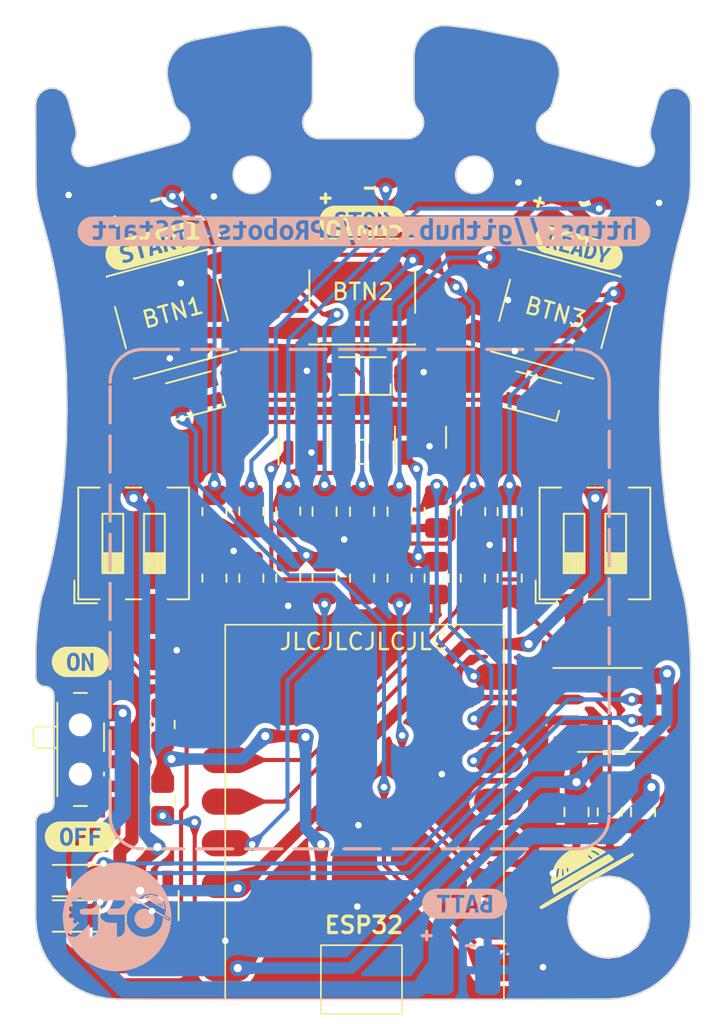
<source format=kicad_pcb>
(kicad_pcb (version 20221018) (generator pcbnew)
  (layers (0 "F.Cu" signal) (31 "B.Cu" signal) (34 "B.Paste" user) (35 "F.Paste" user) (36 "B.SilkS" user "B.Silkscreen") (37 "F.SilkS" user "F.Silkscreen") (38 "B.Mask" user) (39 "F.Mask" user) (44 "Edge.Cuts" user))
  (net 0 "")
  (net 1 "GND")
  (net 2 "/START_BTN")
  (net 3 "+3.3V")
  (net 4 "/STOP_BTN")
  (net 5 "/READY_BTN")
  (net 6 "/RGBs")
  (net 8 "/IR_PROGRAM")
  (net 11 "/BATT")
  (net 12 "/IR_LEDs")
  (net 13 "/SWITCH4")
  (net 14 "/SWITCH3")
  (net 15 "/SWITCH2")
  (net 16 "/SWITCH1")
  (net 17 "Net-(MOSFET1-D)")
  (net 18 "Net-(R19-Pad1)")
  (net 19 "Net-(LED1-GND)")
  (net 20 "Net-(LED2-GND)")
  (net 21 "Net-(LED3-GND)")
  (net 22 "Net-(MOSFET1-G)")
  (net 23 "Net-(MOSFET2-G)")
  (net 24 "Net-(MOSFET2-D)")
  (net 25 "Net-(NEO1-DOUT)")
  (net 26 "Net-(NEO2-DOUT)")
  (net 28 "+5V")
  (net 29 "/LED_CARGA")
  (net 30 "Net-(D1-A)")
  (net 31 "/LED_CARGADO")
  (net 32 "Net-(D2-A)")
  (net 33 "Net-(LDO1-CE)")
  (net 35 "Net-(TP4056-ISET)")
  (footprint "Capacitor_SMD:C_0805_2012Metric_Pad1.18x1.45mm_HandSolder" (layer "F.Cu") (at 151.23875 98.26 -90)
    (fp_text reference "C1" hide)
    (fp_text value "0.1uF")
  )
  (footprint "Resistor_SMD:R_0805_2012Metric_Pad1.20x1.40mm_HandSolder" (layer "F.Cu") (at 153.543 94.615)
    (fp_text reference "R19" hide)
    (fp_text value "0")
  )
  (footprint "LED_SMD:LED_0805_2012Metric_Pad1.15x1.40mm_HandSolder" (layer "F.Cu") (at 135.636 120.777 180)
    (fp_text reference "D1" hide)
    (fp_text value "LED")
  )
  (footprint "Button_Switch_SMD:SW_Push_1P1T_NO_6x6mm_H9.5mm" (layer "F.Cu") (at 165.3555 86.196 -15)
    (fp_text reference "BTN3")
    (fp_text value "~")
  )
  (footprint "Package_TO_SOT_SMD:SOT-23-5_HandSoldering" (layer "F.Cu") (at 140.716 122.301 90)
    (fp_text reference "LDO1" hide)
    (fp_text value "~")
  )
  (footprint "custom_footprints:LED_WS2812B_2.0x2.0mm" (layer "F.Cu") (at 164.0255 91.176 165)
    (fp_text reference "NEO3" hide)
    (fp_text value "~")
  )
  (footprint "Button_Switch_SMD:SW_DIP_SPSTx02_Slide_6.7x6.64mm_W8.61mm_P2.54mm_LowProfile" (layer "F.Cu") (at 167.75 100.203 90)
    (fp_text reference "SW2" hide)
    (fp_text value "SW_DIP_x02")
  )
  (footprint "Resistor_SMD:R_0805_2012Metric_Pad1.20x1.40mm_HandSolder" (layer "F.Cu") (at 149.0225 98.23 -90)
    (fp_text reference "R3" hide)
    (fp_text value "150")
  )
  (footprint "Capacitor_SMD:C_0805_2012Metric_Pad1.18x1.45mm_HandSolder" (layer "F.Cu") (at 166.624 116.586 -90)
    (fp_text reference "C4" hide)
    (fp_text value "10uF")
  )
  (footprint "kibuzzard-6637BBE8" (layer "F.Cu") (at 136.32 107.43)
    (fp_text reference "kibuzzard-6637BBE8" hide)
    (fp_text value "G***" hide)
  )
  (footprint "Button_Switch_SMD:SW_Push_1P1T_NO_6x6mm_H9.5mm" (layer "F.Cu") (at 153.543 84.836)
    (fp_text reference "BTN2")
    (fp_text value "~")
  )
  (footprint "Resistor_SMD:R_0805_2012Metric_Pad1.20x1.40mm_HandSolder" (layer "F.Cu") (at 144.515 102.32 90)
    (fp_text reference "R6" hide)
    (fp_text value "47K")
  )
  (footprint "Capacitor_SMD:C_0805_2012Metric_Pad1.18x1.45mm_HandSolder" (layer "F.Cu") (at 170.688 116.586 -90)
    (fp_text reference "C5" hide)
    (fp_text value "10uF")
  )
  (footprint "Resistor_SMD:R_0805_2012Metric_Pad1.20x1.40mm_HandSolder" (layer "F.Cu") (at 153.53 102.32 90)
    (fp_text reference "R15" hide)
    (fp_text value "1K")
  )
  (footprint "Resistor_SMD:R_0805_2012Metric_Pad1.20x1.40mm_HandSolder" (layer "F.Cu") (at 149.0225 102.32 -90)
    (fp_text reference "R9" hide)
    (fp_text value "100K")
  )
  (footprint "Resistor_SMD:R_0805_2012Metric_Pad1.20x1.40mm_HandSolder" (layer "F.Cu") (at 141.351 115.824 -90)
    (fp_text reference "R5" hide)
    (fp_text value "1K")
  )
  (footprint "Resistor_SMD:R_0805_2012Metric_Pad1.20x1.40mm_HandSolder" (layer "F.Cu") (at 146.76875 98.24 -90)
    (fp_text reference "R2" hide)
    (fp_text value "150")
  )
  (footprint "custom_footprints:Leds_IR_Remote" (layer "F.Cu") (at 153.6 76.62)
    (fp_text reference "LED3" hide)
    (fp_text value "~" hide)
  )
  (footprint "Resistor_SMD:R_0805_2012Metric_Pad1.20x1.40mm_HandSolder" (layer "F.Cu") (at 168.656 116.586 -90)
    (fp_text reference "R18" hide)
    (fp_text value "1K5")
  )
  (footprint "Capacitor_SMD:C_0805_2012Metric_Pad1.18x1.45mm_HandSolder" (layer "F.Cu") (at 153.53 98.26 -90)
    (fp_text reference "C2" hide)
    (fp_text value "0.1uF")
  )
  (footprint "Resistor_SMD:R_0805_2012Metric_Pad1.20x1.40mm_HandSolder" (layer "F.Cu") (at 158.0825 98.26 -90)
    (fp_text reference "R12" hide)
    (fp_text value "47K")
  )
  (footprint "Resistor_SMD:R_0805_2012Metric_Pad1.20x1.40mm_HandSolder" (layer "F.Cu") (at 160.29125 102.32 90)
    (fp_text reference "R16" hide)
    (fp_text value "47K")
  )
  (footprint "Package_SO:SOP-8_3.9x4.9mm_P1.27mm" (layer "F.Cu") (at 168.656 110.363)
    (fp_text reference "TP4056" hide)
    (fp_text value "~")
  )
  (footprint "custom_footprints:Leds_IR_Remote" (layer "F.Cu") (at 140.06 77.5 15)
    (fp_text reference "LED1" hide)
    (fp_text value "~" hide)
  )
  (footprint "Package_TO_SOT_SMD:SOT-23" (layer "F.Cu") (at 149.987 93.726 90)
    (fp_text reference "MOSFET1" hide)
    (fp_text value "AO3414A")
  )
  (footprint "Resistor_SMD:R_0805_2012Metric_Pad1.20x1.40mm_HandSolder" (layer "F.Cu") (at 151.23875 102.32 90)
    (fp_text reference "R8" hide)
    (fp_text value "1K")
  )
  (footprint "Button_Switch_SMD:SW_SPDT_PCM12" (layer "F.Cu") (at 136.652 112.776 -90)
    (fp_text reference "SW3" hide)
    (fp_text value "SW_DPDT_x2")
  )
  (footprint "kibuzzard-6637BC1A" (layer "F.Cu") (at 136.32 118.098)
    (fp_text reference "kibuzzard-6637BC1A" hide)
    (fp_text value "G***" hide)
  )
  (footprint "Resistor_SMD:R_0805_2012Metric_Pad1.20x1.40mm_HandSolder" (layer "F.Cu") (at 158.0825 102.32 -90)
    (fp_text reference "R11" hide)
    (fp_text value "100K")
  )
  (footprint "custom_footprints:LED_WS2812B_2.0x2.0mm" (layer "F.Cu") (at 143.2255 91.176 -165)
    (fp_text reference "NEO1" hide)
    (fp_text value "~")
  )
  (footprint "Capacitor_SMD:C_0805_2012Metric_Pad1.18x1.45mm_HandSolder" (layer "F.Cu") (at 155.82125 98.26 -90)
    (fp_text reference "C3" hide)
    (fp_text value "0.1uF")
  )
  (footprint "kibuzzard-6637BADB" (layer "F.Cu") (at 140.843 82.042 15)
    (fp_text reference "kibuzzard-6637BADB" hide)
    (fp_text value "G***" hide)
  )
  (footprint "LED_SMD:LED_0805_2012Metric_Pad1.15x1.40mm_HandSolder" (layer "F.Cu") (at 135.636 122.936 180)
    (fp_text reference "D2" hide)
    (fp_text value "LED")
  )
  (footprint "custom_footprints:ESP32_supermini" (layer "F.Cu") (at 153.4925 124.72 180)
    (fp_text reference "ESP1" hide)
    (fp_text value "~")
  )
  (footprint "Resistor_SMD:R_0805_2012Metric_Pad1.20x1.40mm_HandSolder" (layer "F.Cu") (at 160.31375 98.26 -90)
    (fp_text reference "R13" hide)
    (fp_text value "47K")
  )
  (footprint "Resistor_SMD:R_0805_2012Metric_Pad1.20x1.40mm_HandSolder" (layer "F.Cu") (at 144.515 98.26 -90)
    (fp_text reference "R1" hide)
    (fp_text value "150")
  )
  (footprint "Resistor_SMD:R_0805_2012Metric_Pad1.20x1.40mm_HandSolder" (layer "F.Cu") (at 162.545 98.26 -90)
    (fp_text reference "R14" hide)
    (fp_text value "47K")
  )
  (footprint "Button_Switch_SMD:SW_DIP_SPSTx02_Slide_6.7x6.64mm_W8.61mm_P2.54mm_LowProfile" (layer "F.Cu") (at 139.58 100.203 90)
    (fp_text reference "SW1" hide)
    (fp_text value "SW_DIP_x02")
  )
  (footprint "custom_footprints:LED_WS2812B_2.0x2.0mm" (layer "F.Cu") (at 153.5455 89.986 180)
    (fp_text reference "NEO2" hide)
    (fp_text value "~")
  )
  (footprint "kibuzzard-6637BD08" (layer "F.Cu") (at 166.751 82.169 -15)
    (fp_text reference "kibuzzard-6637BD08" hide)
    (fp_text value "G***" hide)
  )
  (footprint "custom_footprints:Leds_IR_Remote" (layer "F.Cu") (at 167.208119 77.528823 -15)
    (fp_text reference "LED2" hide)
    (fp_text value "~" hide)
  )
  (footprint "Package_TO_SOT_SMD:SOT-23" (layer "F.Cu") (at 157.099 93.726 90)
    (fp_text reference "MOSFET2" hide)
    (fp_text value "AO3414A")
  )
  (footprint "Resistor_SMD:R_0805_2012Metric_Pad1.20x1.40mm_HandSolder" (layer "F.Cu") (at 141.351 111.252 90)
    (fp_text reference "R4" hide)
    (fp_text value "1K")
  )
  (footprint "Resistor_SMD:R_0805_2012Metric_Pad1.20x1.40mm_HandSolder" (layer "F.Cu") (at 162.545 102.32 90)
    (fp_text reference "R17" hide)
    (fp_text value "47K")
  )
  (footprint "LOGO" (layer "F.Cu") (at 167.25 120.6)
    (fp_text reference "G***" hide)
    (fp_text value "LOGO" hide)
  )
  (footprint "Resistor_SMD:R_0805_2012Metric_Pad1.20x1.40mm_HandSolder" (layer "F.Cu") (at 155.82125 102.32 -90)
    (fp_text reference "R10" hide)
    (fp_text value "1K")
  )
  (footprint "Button_Switch_SMD:SW_Push_1P1T_NO_6x6mm_H9.5mm" (layer "F.Cu") (at 141.8955 86.196 15)
    (fp_text reference "BTN1")
    (fp_text value "~")
  )
  (footprint "Resistor_SMD:R_0805_2012Metric_Pad1.20x1.40mm_HandSolder" (layer "F.Cu") (at 146.76875 102.32 90)
    (fp_text reference "R7" hide)
    (fp_text value "47K")
  )
  (footprint "kibuzzard-6637BAEA" (layer "F.Cu") (at 153.543 80.518)
    (fp_text reference "kibuzzard-6637BAEA" hide)
    (fp_text value "G***" hide)
  )
  (footprint "kibuzzard-664F31E4" (layer "B.Cu") (at 153.65 81.16 180)
    (fp_text reference "kibuzzard-664F31E4" hide)
    (fp_text value "G***" hide)
  )
  (footprint "LOGO" (layer "B.Cu") (at 138.612646 122.904687 180)
    (fp_text reference "G***" hide)
    (fp_text value "LOGO" hide)
  )
  (footprint "kibuzzard-6637DAEE" (layer "B.Cu") (at 159.79 122.19 180)
    (fp_text reference "kibuzzard-6637DAEE" hide)
    (fp_text value "G***" hide)
  )
  (footprint "custom_footprints:Leds_IR_Remote" (layer "B.Cu") (at 159.7775 126.65375)
    (fp_text reference "BT1" hide)
    (fp_text value "Battery" hide)
  )
  (gr_line (start 166.624 118.84) (end 140.144 118.84) (stroke (width 0.2) (type dash)) (layer "B.SilkS"))
  (gr_arc (start 168.624 116.84) (mid 168.038214 118.254214) (end 166.624 118.84) (stroke (width 0.2)) (layer "B.SilkS"))
  (gr_line (start 140.144 88.36) (end 166.624 88.36) (stroke (width 0.2) (type dash)) (layer "B.SilkS"))
  (gr_line (start 168.624 90.36) (end 168.624 116.84) (stroke (width 0.2) (type dash)) (layer "B.SilkS"))
  (gr_line (start 138.144 116.84) (end 138.144 90.36) (stroke (width 0.2) (type dash)) (layer "B.SilkS"))
  (gr_arc (start 166.624 88.36) (mid 168.038214 88.945786) (end 168.624 90.36) (stroke (width 0.2)) (layer "B.SilkS"))
  (gr_arc (start 138.144 90.36) (mid 138.729786 88.945786) (end 140.144 88.36) (stroke (width 0.2)) (layer "B.SilkS"))
  (gr_arc (start 140.144 118.84) (mid 138.729786 118.254214) (end 138.144 116.84) (stroke (width 0.2)) (layer "B.SilkS"))
  (gr_line (start 164.799966 69.886534) (end 165.085371 70.157273) (stroke (width 0.1)) (layer "Edge.Cuts"))
  (gr_line (start 134.613769 116.401188) (end 134.49062 116.523036) (stroke (width 0.1)) (layer "Edge.Cuts"))
  (gr_line (start 133.683776 79.150816) (end 133.862005 79.951251) (stroke (width 0.1)) (layer "Edge.Cuts"))
  (gr_line (start 169.252631 127.962323) (end 169.894095 127.834728) (stroke (width 0.1)) (layer "Edge.Cuts"))
  (gr_line (start 173.573443 107.031353) (end 173.582762 107.302511) (stroke (width 0.1)) (layer "Edge.Cuts"))
  (gr_line (start 157.656536 68.82616) (end 157.341962 69.045364) (stroke (width 0.1)) (layer "Edge.Cuts"))
  (gr_line (start 166.616617 124.527002) (end 166.434936 124.255098) (stroke (width 0.1)) (layer "Edge.Cuts"))
  (gr_line (start 142.991181 74.539173) (end 142.891281 74.297992) (stroke (width 0.1)) (layer "Edge.Cuts"))
  (gr_line (start 136.045207 75.434949) (end 136.080938 75.162815) (stroke (width 0.1)) (layer "Edge.Cuts"))
  (gr_line (start 143.09949 69.534533) (end 142.73253 69.676293) (stroke (width 0.1)) (layer "Edge.Cuts"))
  (gr_line (start 142.308098 73.765336) (end 142.141467 73.548178) (stroke (width 0.1)) (layer "Edge.Cuts"))
  (gr_line (start 158.769032 68.607071) (end 160.485143 68.807325) (stroke (width 0.1)) (layer "Edge.Cuts"))
  (gr_line (start 133.660602 105.757272) (end 133.680613 105.518796) (stroke (width 0.1)) (layer "Edge.Cuts"))
  (gr_line (start 150.641181 75.471024) (end 150.9 75.505098) (stroke (width 0.1)) (layer "Edge.Cuts"))
  (gr_line (start 135.366735 88.042239) (end 135.477208 89.972513) (stroke (width 0.1)) (layer "Edge.Cuts"))
  (gr_line (start 135.477208 89.972513) (end 135.514157 91.963349) (stroke (width 0.1)) (layer "Edge.Cuts"))
  (gr_line (start 142.036719 73.295293) (end 141.690148 72.001874) (stroke (width 0.1)) (layer "Edge.Cuts"))
  (gr_line (start 150.320594 69.651821) (end 150.448812 70.013162) (stroke (width 0.1)) (layer "Edge.Cuts"))
  (gr_line (start 136.550437 77.16154) (end 136.309256 77.06164) (stroke (width 0.1)) (layer "Edge.Cuts"))
  (gr_line (start 149.190543 68.676314) (end 149.543464 68.82616) (stroke (width 0.1)) (layer "Edge.Cuts"))
  (gr_line (start 171.359944 75.931125) (end 171.154793 75.434949) (stroke (width 0.1)) (layer "Edge.Cuts"))
  (gr_line (start 133.980602 124.918516) (end 134.269873 125.505098) (stroke (width 0.1)) (layer "Edge.Cuts"))
  (gr_line (start 173.322616 104.202333) (end 173.290131 104.001987) (stroke (width 0.1)) (layer "Edge.Cuts"))
  (gr_line (start 164.10051 69.534533) (end 164.46747 69.676293) (stroke (width 0.1)) (layer "Edge.Cuts"))
  (gr_line (start 173.6 73.42) (end 173.589045 78.324091) (stroke (width 0.1)) (layer "Edge.Cuts"))
  (gr_line (start 168.6 125.505098) (end 168.273685 125.483711) (stroke (width 0.1)) (layer "Edge.Cuts"))
  (gr_line (start 157.341962 69.045364) (end 157.079176 69.324561) (stroke (width 0.1)) (layer "Edge.Cuts"))
  (gr_line (start 169.85 120.840035) (end 170.367767 121.237332) (stroke (width 0.1)) (layer "Edge.Cuts"))
  (gr_line (start 171.119062 75.162815) (end 171.154919 74.890697) (stroke (width 0.1)) (layer "Edge.Cuts"))
  (gr_line (start 170.649563 77.16154) (end 170.890744 77.06164) (stroke (width 0.1)) (layer "Edge.Cuts"))
  (gr_line (start 157.166025 74.005098) (end 157.265926 74.246279) (stroke (width 0.1)) (layer "Edge.Cuts"))
  (gr_line (start 133.714525 116.856561) (end 133.837446 116.733213) (stroke (width 0.1)) (layer "Edge.Cuts"))
  (gr_line (start 166.185185 123.652146) (end 166.121388 123.331414) (stroke (width 0.1)) (layer "Edge.Cuts"))
  (gr_line (start 134.720193 109.476) (end 134.69291 109.304921) (stroke (width 0.1)) (layer "Edge.Cuts"))
  (gr_line (start 173.582762 107.302511) (end 173.590299 107.579115) (stroke (width 0.1)) (layer "Edge.Cuts"))
  (gr_line (start 163.876092 69.472169) (end 164.10051 69.534533) (stroke (width 0.1)) (layer "Edge.Cuts"))
  (gr_line (start 164.208819 74.539173) (end 164.308719 74.297992) (stroke (width 0.1)) (layer "Edge.Cuts"))
  (gr_line (start 171.643807 126.971865) (end 172.135534 126.540632) (stroke (width 0.1)) (layer "Edge.Cuts"))
  (gr_line (start 156.7 70.393145) (end 156.7 73.05657) (stroke (width 0.1)) (layer "Edge.Cuts"))
  (gr_line (start 134.720193 116.076) (end 134.720193 109.476) (stroke (width 0.1)) (layer "Edge.Cuts"))
  (gr_line (start 156.558819 75.471024) (end 156.3 75.505098) (stroke (width 0.1)) (layer "Edge.Cuts"))
  (gr_line (start 133.614442 78.324091) (end 133.683776 79.150816) (stroke (width 0.1)) (layer "Edge.Cuts"))
  (gr_line (start 167.35 125.170162) (end 167.078096 124.988482) (stroke (width 0.1)) (layer "Edge.Cuts"))
  (gr_line (start 165.312844 70.478227) (end 165.473747 70.837206) (stroke (width 0.1)) (layer "Edge.Cuts"))
  (gr_line (start 134.132689 72.531262) (end 134.476195 72.420892) (stroke (width 0.1)) (layer "Edge.Cuts"))
  (gr_line (start 170.131925 77.16154) (end 170.390744 77.195615) (stroke (width 0.1)) (layer "Edge.Cuts"))
  (gr_line (start 171.394018 76.191348) (end 171.359944 75.931125) (stroke (width 0.1)) (layer "Edge.Cuts"))
  (gr_line (start 149.9 74.505098) (end 149.934074 74.763918) (stroke (width 0.1)) (layer "Edge.Cuts"))
  (gr_line (start 143.025255 74.797992) (end 142.991181 74.539173) (stroke (width 0.1)) (layer "Edge.Cuts"))
  (gr_line (start 171.728157 93.953621) (end 171.840432 95.882309) (stroke (width 0.1)) (layer "Edge.Cuts"))
  (gr_line (start 170.367767 121.237332) (end 170.765064 121.755098) (stroke (width 0.1)) (layer "Edge.Cuts"))
  (gr_line (start 150.359524 73.580834) (end 150.464272 73.327949) (stroke (width 0.1)) (layer "Edge.Cuts"))
  (gr_line (start 167.643291 125.314797) (end 167.35 125.170162) (stroke (width 0.1)) (layer "Edge.Cuts"))
  (gr_line (start 135.94323 76.695615) (end 136.102149 76.902721) (stroke (width 0.1)) (layer "Edge.Cuts"))
  (gr_line (start 133.63563 108.540199) (end 133.714525 108.695439) (stroke (width 0.1)) (layer "Edge.Cuts"))
  (gr_line (start 166.832233 121.237332) (end 167.35 120.840035) (stroke (width 0.1)) (layer "Edge.Cuts"))
  (gr_line (start 142.732362 75.505098) (end 142.891281 75.297992) (stroke (width 0.1)) (layer "Edge.Cuts"))
  (gr_line (start 166.832233 124.772865) (end 166.616617 124.527002) (stroke (width 0.1)) (layer "Edge.Cuts"))
  (gr_line (start 164.467638 75.505098) (end 164.674745 75.664017) (stroke (width 0.1)) (layer "Edge.Cuts"))
  (gr_line (start 143.025255 74.797992) (end 142.991181 75.056811) (stroke (width 0.1)) (layer "Edge.Cuts"))
  (gr_line (start 157.166025 75.005098) (end 157.007107 75.212205) (stroke (width 0.1)) (layer "Edge.Cuts"))
  (gr_line (start 135.064466 126.540632) (end 135.556193 126.971865) (stroke (width 0.1)) (layer "Edge.Cuts"))
  (gr_line (start 142.732362 74.090885) (end 142.308098 73.765336) (stroke (width 0.1)) (layer "Edge.Cuts"))
  (gr_line (start 173.549459 106.505379) (end 173.562342 106.765643) (stroke (width 0.1)) (layer "Edge.Cuts"))
  (gr_line (start 173.500117 105.757272) (end 173.480106 105.518796) (stroke (width 0.1)) (layer "Edge.Cuts"))
  (gr_line (start 171.68933 91.963349) (end 171.728157 93.953621) (stroke (width 0.1)) (layer "Edge.Cuts"))
  (gr_line (start 172.363439 72.438595) (end 172.723805 72.420892) (stroke (width 0.1)) (layer "Edge.Cuts"))
  (gr_line (start 171.35667 76.454434) (end 171.394018 76.191348) (stroke (width 0.1)) (layer "Edge.Cuts"))
  (gr_line (start 133.992412 116.653779) (end 134.16432 116.626) (stroke (width 0.1)) (layer "Edge.Cuts"))
  (gr_line (start 133.66459 73.065027) (end 133.850078 72.755558) (stroke (width 0.1)) (layer "Edge.Cuts"))
  (gr_line (start 173.40938 104.836053) (end 173.382241 104.619366) (stroke (width 0.1)) (layer "Edge.Cuts"))
  (gr_line (start 171.25677 76.695615) (end 171.35667 76.454434) (stroke (width 0.1)) (layer "Edge.Cuts"))
  (gr_line (start 167.952952 120.590284) (end 168.6 120.505098) (stroke (width 0.1)) (layer "Edge.Cuts"))
  (gr_line (start 134.613769 109.150813) (end 134.49062 109.028965) (stroke (width 0.1)) (layer "Edge.Cuts"))
  (gr_line (start 149.543464 68.82616) (end 149.858038 69.045364) (stroke (width 0.1)) (layer "Edge.Cuts"))
  (gr_line (start 158.769032 68.607071) (end 158.385647 68.60223) (stroke (width 0.1)) (layer "Edge.Cuts"))
  (gr_line (start 169.85 125.170162) (end 169.247048 125.419913) (stroke (width 0.1)) (layer "Edge.Cuts"))
  (gr_line (start 142.284074 75.763918) (end 137.068075 77.16154) (stroke (width 0.1)) (layer "Edge.Cuts"))
  (gr_line (start 150.4 75.371124) (end 150.641181 75.471024) (stroke (width 0.1)) (layer "Edge.Cuts"))
  (gr_line (start 133.778478 104.619366) (end 133.807399 104.408126) (stroke (width 0.1)) (layer "Edge.Cuts"))
  (gr_line (start 156.840476 73.580834) (end 157.166025 74.005098) (stroke (width 0.1)) (layer "Edge.Cuts"))
  (gr_line (start 133.714525 108.695439) (end 133.837446 108.818788) (stroke (width 0.1)) (layer "Edge.Cuts"))
  (gr_circle (center 160.39 77.71) (end 161.533 77.71) (stroke (width 0.1)) (fill none) (layer "Edge.Cuts"))
  (gr_line (start 173.590299 107.579115) (end 173.6 123.005098) (stroke (width 0.1)) (layer "Edge.Cuts"))
  (gr_line (start 166.290301 123.961807) (end 166.185185 123.652146) (stroke (width 0.1)) (layer "Edge.Cuts"))
  (gr_line (start 134.720193 116.076) (end 134.69291 116.24708) (stroke (width 0.1)) (layer "Edge.Cuts"))
  (gr_line (start 133.6 123.005098) (end 133.642776 123.657729) (stroke (width 0.1)) (layer "Edge.Cuts"))
  (gr_line (start 173.549459 106.505379) (end 173.534793 106.250563) (stroke (width 0.1)) (layer "Edge.Cuts"))
  (gr_line (start 133.702406 105.285768) (end 133.725982 105.058187) (stroke (width 0.1)) (layer "Edge.Cuts"))
  (gr_line (start 165.058533 73.548178) (end 165.163281 73.295293) (stroke (width 0.1)) (layer "Edge.Cuts"))
  (gr_line (start 148.430968 68.607071) (end 148.814353 68.60223) (stroke (width 0.1)) (layer "Edge.Cuts"))
  (gr_line (start 143.323908 69.472169) (end 143.09949 69.534533) (stroke (width 0.1)) (layer "Edge.Cuts"))
  (gr_line (start 173.14237 103.255074) (end 173.181983 103.433632) (stroke (width 0.1)) (layer "Edge.Cuts"))
  (gr_line (start 156.751188 70.013162) (end 156.7 70.393145) (stroke (width 0.1)) (layer "Edge.Cuts"))
  (gr_line (start 171.1 127.335226) (end 171.643807 126.971865) (stroke (width 0.1)) (layer "Edge.Cuts"))
  (gr_line (start 133.992412 108.898222) (end 134.16432 108.926) (stroke (width 0.1)) (layer "Edge.Cuts"))
  (gr_line (start 172.808799 81.882385) (end 172.518196 83.126149) (stroke (width 0.1)) (layer "Edge.Cuts"))
  (gr_line (start 173.429629 124.299194) (end 173.557224 123.657729) (stroke (width 0.1)) (layer "Edge.Cuts"))
  (gr_line (start 133.6 123.005098) (end 133.608448 117.183806) (stroke (width 0.1)) (layer "Edge.Cuts"))
  (gr_line (start 133.870588 104.001987) (end 133.904855 103.807088) (stroke (width 0.1)) (layer "Edge.Cuts"))
  (gr_line (start 133.642776 123.657729) (end 133.770371 124.299194) (stroke (width 0.1)) (layer "Edge.Cuts"))
  (gr_line (start 133.63563 117.011802) (end 133.714525 116.856561) (stroke (width 0.1)) (layer "Edge.Cuts"))
  (gr_line (start 166.434936 124.255098) (end 166.290301 123.961807) (stroke (width 0.1)) (layer "Edge.Cuts"))
  (gr_line (start 170.765064 124.255098) (end 170.367767 124.772865) (stroke (width 0.1)) (layer "Edge.Cuts"))
  (gr_line (start 133.838103 104.202333) (end 133.870588 104.001987) (stroke (width 0.1)) (layer "Edge.Cuts"))
  (gr_line (start 134.677604 100.791618) (end 134.386548 102.034847) (stroke (width 0.1)) (layer "Edge.Cuts"))
  (gr_line (start 150.5 70.393145) (end 150.5 73.05657) (stroke (width 0.1)) (layer "Edge.Cuts"))
  (gr_line (start 149.858038 69.045364) (end 150.120824 69.324561) (stroke (width 0.1)) (layer "Edge.Cuts"))
  (gr_line (start 135.581122 73.159181) (end 136.045081 74.890697) (stroke (width 0.1)) (layer "Edge.Cuts"))
  (gr_line (start 171.618878 73.159181) (end 171.77314 72.83302) (stroke (width 0.1)) (layer "Edge.Cuts"))
  (gr_line (start 134.49062 116.523036) (end 134.33568 116.600536) (stroke (width 0.1)) (layer "Edge.Cuts"))
  (gr_line (start 142.732362 75.505098) (end 142.525255 75.664017) (stroke (width 0.1)) (layer "Edge.Cuts"))
  (gr_line (start 157.079176 69.324561) (end 156.879406 69.651821) (stroke (width 0.1)) (layer "Edge.Cuts"))
  (gr_line (start 156.3 75.505098) (end 150.9 75.505098) (stroke (width 0.1)) (layer "Edge.Cuts"))
  (gr_line (start 133.837446 116.733213) (end 133.992412 116.653779) (stroke (width 0.1)) (layer "Edge.Cuts"))
  (gr_line (start 134.394688 81.882385) (end 134.685291 83.126149) (stroke (width 0.1)) (layer "Edge.Cuts"))
  (gr_line (start 156.735728 73.327949) (end 156.7 73.05657) (stroke (width 0.1)) (layer "Edge.Cuts"))
  (gr_line (start 164.891902 73.765336) (end 164.467638 74.090885) (stroke (width 0.1)) (layer "Edge.Cuts"))
  (gr_line (start 164.208819 75.056811) (end 164.174745 74.797992) (stroke (width 0.1)) (layer "Edge.Cuts"))
  (gr_line (start 167.078096 124.988482) (end 166.832233 124.772865) (stroke (width 0.1)) (layer "Edge.Cuts"))
  (gr_line (start 134.836561 72.438595) (end 134.476195 72.420892) (stroke (width 0.1)) (layer "Edge.Cuts"))
  (gr_line (start 134.132689 72.531262) (end 133.850078 72.755558) (stroke (width 0.1)) (layer "Edge.Cuts"))
  (gr_line (start 171.726279 89.972513) (end 171.68933 91.963349) (stroke (width 0.1)) (layer "Edge.Cuts"))
  (gr_line (start 164.308719 75.297992) (end 164.208819 75.056811) (stroke (width 0.1)) (layer "Edge.Cuts"))
  (gr_line (start 173.349922 72.755558) (end 173.53541 73.065027) (stroke (width 0.1)) (layer "Edge.Cuts"))
  (gr_line (start 166.434936 121.755098) (end 166.832233 121.237332) (stroke (width 0.1)) (layer "Edge.Cuts"))
  (gr_line (start 133.625926 106.250563) (end 133.642373 106.001194) (stroke (width 0.1)) (layer "Edge.Cuts"))
  (gr_line (start 173.382241 104.619366) (end 173.35332 104.408126) (stroke (width 0.1)) (layer "Edge.Cuts"))
  (gr_line (start 164.174745 74.797992) (end 164.208819 74.539173) (stroke (width 0.1)) (layer "Edge.Cuts"))
  (gr_line (start 168.273685 125.483711) (end 167.952952 125.419913) (stroke (width 0.1)) (layer "Edge.Cuts"))
  (gr_line (start 135.94323 76.695615) (end 135.84333 76.454434) (stroke (width 0.1)) (layer "Edge.Cuts"))
  (gr_line (start 172.525883 100.791618) (end 172.816939 102.034847) (stroke (width 0.1)) (layer "Edge.Cuts"))
  (gr_line (start 166.121388 123.331414) (end 166.1 123.005098) (stroke (width 0.1)) (layer "Edge.Cuts"))
  (gr_line (start 135.805982 76.191348) (end 135.840056 75.931125) (stroke (width 0.1)) (layer "Edge.Cuts"))
  (gr_line (start 157.265926 74.763918) (end 157.166025 75.005098) (stroke (width 0.1)) (layer "Edge.Cuts"))
  (gr_line (start 171.1 123.005098) (end 171.014815 123.652146) (stroke (width 0.1)) (layer "Edge.Cuts"))
  (gr_line (start 150.464272 73.327949) (end 150.5 73.05657) (stroke (width 0.1)) (layer "Edge.Cuts"))
  (gr_line (start 171.014815 122.358051) (end 171.1 123.005098) (stroke (width 0.1)) (layer "Edge.Cuts"))
  (gr_line (start 134.49062 109.028965) (end 134.33568 108.951464) (stroke (width 0.1)) (layer "Edge.Cuts"))
  (gr_line (start 135.84333 76.454434) (end 135.805982 76.191348) (stroke (width 0.1)) (layer "Edge.Cuts"))
  (gr_line (start 157.3 74.505098) (end 157.265926 74.763918) (stroke (width 0.1)) (layer "Edge.Cuts"))
  (gr_line (start 134.957093 84.579408) (end 135.189564 86.228924) (stroke (width 0.1)) (layer "Edge.Cuts"))
  (gr_line (start 171.25677 76.695615) (end 171.097851 76.902721) (stroke (width 0.1)) (layer "Edge.Cuts"))
  (gr_line (start 133.608448 108.368194) (end 133.63563 108.540199) (stroke (width 0.1)) (layer "Edge.Cuts"))
  (gr_line (start 135.363055 95.882309) (end 135.184245 97.693324) (stroke (width 0.1)) (layer "Edge.Cuts"))
  (gr_line (start 171.840432 95.882309) (end 172.019242 97.693324) (stroke (width 0.1)) (layer "Edge.Cuts"))
  (gr_line (start 142.891281 75.297992) (end 142.991181 75.056811) (stroke (width 0.1)) (layer "Edge.Cuts"))
  (gr_line (start 134.110376 80.837312) (end 134.394688 81.882385) (stroke (width 0.1)) (layer "Edge.Cuts"))
  (gr_line (start 133.837446 108.818788) (end 133.992412 108.898222) (stroke (width 0.1)) (layer "Edge.Cuts"))
  (gr_line (start 134.386548 102.034847) (end 134.102512 103.081963) (stroke (width 0.1)) (layer "Edge.Cuts"))
  (gr_line (start 166.185185 122.358051) (end 166.434936 121.755098) (stroke (width 0.1)) (layer "Edge.Cuts"))
  (gr_line (start 150.4 75.371124) (end 150.192893 75.212205) (stroke (width 0.1)) (layer "Edge.Cuts"))
  (gr_line (start 134.950398 99.340339) (end 134.677604 100.791618) (stroke (width 0.1)) (layer "Edge.Cuts"))
  (gr_line (start 157.265926 74.246279) (end 157.3 74.505098) (stroke (width 0.1)) (layer "Edge.Cuts"))
  (gr_line (start 171.618878 73.159181) (end 171.154919 74.890697) (stroke (width 0.1)) (layer "Edge.Cuts"))
  (gr_line (start 173.519711 79.150816) (end 173.341482 79.951251) (stroke (width 0.1)) (layer "Edge.Cuts"))
  (gr_line (start 172.246394 84.579408) (end 172.013923 86.228924) (stroke (width 0.1)) (layer "Edge.Cuts"))
  (gr_line (start 135.184245 97.693324) (end 134.950398 99.340339) (stroke (width 0.1)) (layer "Edge.Cuts"))
  (gr_line (start 135.556193 126.971865) (end 136.1 127.335226) (stroke (width 0.1)) (layer "Edge.Cuts"))
  (gr_line (start 170.390744 77.195615) (end 170.649563 77.16154) (stroke (width 0.1)) (layer "Edge.Cuts"))
  (gr_line (start 165.473747 70.837206) (end 165.561968 71.220575) (stroke (width 0.1)) (layer "Edge.Cuts"))
  (gr_line (start 171.77314 72.83302) (end 172.032406 72.582104) (stroke (width 0.1)) (layer "Edge.Cuts"))
  (gr_line (start 156.8 75.371124) (end 157.007107 75.212205) (stroke (width 0.1)) (layer "Edge.Cuts"))
  (gr_line (start 173.067311 72.531262) (end 172.723805 72.420892) (stroke (width 0.1)) (layer "Edge.Cuts"))
  (gr_line (start 165.085371 70.157273) (end 165.312844 70.478227) (stroke (width 0.1)) (layer "Edge.Cuts"))
  (gr_line (start 150.033975 74.005098) (end 150.359524 73.580834) (stroke (width 0.1)) (layer "Edge.Cuts"))
  (gr_line (start 146.714857 68.807325) (end 143.323908 69.472169) (stroke (width 0.1)) (layer "Edge.Cuts"))
  (gr_line (start 172.566767 126.048906) (end 172.930127 125.505098) (stroke (width 0.1)) (layer "Edge.Cuts"))
  (gr_line (start 168.6 128.005098) (end 169.252631 127.962323) (stroke (width 0.1)) (layer "Edge.Cuts"))
  (gr_line (start 158.385647 68.60223) (end 158.009457 68.676314) (stroke (width 0.1)) (layer "Edge.Cuts"))
  (gr_line (start 142.73253 69.676293) (end 142.400034 69.886534) (stroke (width 0.1)) (layer "Edge.Cuts"))
  (gr_line (start 135.840056 75.931125) (end 136.045207 75.434949) (stroke (width 0.1)) (layer "Edge.Cuts"))
  (gr_line (start 173.219815 103.617636) (end 173.181983 103.433632) (stroke (width 0.1)) (layer "Edge.Cuts"))
  (gr_line (start 164.46747 69.676293) (end 164.799966 69.886534) (stroke (width 0.1)) (layer "Edge.Cuts"))
  (gr_line (start 134.33568 108.951464) (end 134.16432 108.926) (stroke (width 0.1)) (layer "Edge.Cuts"))
  (gr_line (start 172.032406 72.582104) (end 172.363439 72.438595) (stroke (width 0.1)) (layer "Edge.Cuts"))
  (gr_line (start 134.69291 109.304921) (end 134.613769 109.150813) (stroke (width 0.1)) (layer "Edge.Cuts"))
  (gr_line (start 133.642373 106.001194) (end 133.660602 105.757272) (stroke (width 0.1)) (layer "Edge.Cuts"))
  (gr_line (start 156.840476 73.580834) (end 156.735728 73.327949) (stroke (width 0.1)) (layer "Edge.Cuts"))
  (gr_line (start 150.033975 75.005098) (end 150.192893 75.212205) (stroke (width 0.1)) (layer "Edge.Cuts"))
  (gr_line (start 133.680613 105.518796) (end 133.702406 105.285768) (stroke (width 0.1)) (layer "Edge.Cuts"))
  (gr_line (start 134.269873 125.505098) (end 134.633233 126.048906) (stroke (width 0.1)) (layer "Edge.Cuts"))
  (gr_line (start 133.608448 108.368194) (end 133.61126 106.505379) (stroke (width 0.1)) (layer "Edge.Cuts"))
  (gr_line (start 135.581122 73.159181) (end 135.42686 72.83302) (stroke (width 0.1)) (layer "Edge.Cuts"))
  (gr_line (start 150.033975 74.005098) (end 149.934074 74.246279) (stroke (width 0.1)) (layer "Edge.Cuts"))
  (gr_line (start 166.1 123.005098) (end 166.185185 122.358051) (stroke (width 0.1)) (layer "Edge.Cuts"))
  (gr_line (start 135.189564 86.228924) (end 135.366735 88.042239) (stroke (width 0.1)) (layer "Edge.Cuts"))
  (gr_line (start 173.534793 106.250563) (end 173.518346 106.001194) (stroke (width 0.1)) (layer "Edge.Cuts"))
  (gr_line (start 136.809256 77.195615) (end 136.550437 77.16154) (stroke (width 0.1)) (layer "Edge.Cuts"))
  (gr_line (start 149.934074 74.763918) (end 150.033975 75.005098) (stroke (width 0.1)) (layer "Edge.Cuts"))
  (gr_line (start 133.6 73.42) (end 133.614442 78.324091) (stroke (width 0.1)) (layer "Edge.Cuts"))
  (gr_line (start 173.434737 105.058187) (end 173.40938 104.836053) (stroke (width 0.1)) (layer "Edge.Cuts"))
  (gr_line (start 171.836752 88.042239) (end 171.726279 89.972513) (stroke (width 0.1)) (layer "Edge.Cuts"))
  (gr_line (start 142.284074 75.763918) (end 142.525255 75.664017) (stroke (width 0.1)) (layer "Edge.Cuts"))
  (gr_line (start 141.726253 70.837206) (end 141.638032 71.220575) (stroke (width 0.1)) (layer "Edge.Cuts"))
  (gr_line (start 171.014815 123.652146) (end 170.765064 124.255098) (stroke (width 0.1)) (layer "Edge.Cuts"))
  (gr_line (start 133.61126 106.505379) (end 133.625926 106.250563) (stroke (width 0.1)) (layer "Edge.Cuts"))
  (gr_line (start 173.53541 73.065027) (end 173.6 73.42) (stroke (width 0.1)) (layer "Edge.Cuts"))
  (gr_line (start 142.141467 73.548178) (end 142.036719 73.295293) (stroke (width 0.1)) (layer "Edge.Cuts"))
  (gr_line (start 133.608448 117.183806) (end 133.63563 117.011802) (stroke (width 0.1)) (layer "Edge.Cuts"))
  (gr_line (start 149.934074 74.246279) (end 149.9 74.505098) (stroke (width 0.1)) (layer "Edge.Cuts"))
  (gr_line (start 168.6 128.005098) (end 163.957 128.016) (stroke (width 0.1)) (layer "Edge.Cuts"))
  (gr_line (start 133.66459 73.065027) (end 133.6 73.42) (stroke (width 0.1)) (layer "Edge.Cuts"))
  (gr_line (start 165.561968 71.220575) (end 165.574158 71.613776) (stroke (width 0.1)) (layer "Edge.Cuts"))
  (gr_line (start 173.35332 104.408126) (end 173.322616 104.202333) (stroke (width 0.1)) (layer "Edge.Cuts"))
  (gr_line (start 148.430968 68.607071) (end 146.714857 68.807325) (stroke (width 0.1)) (layer "Edge.Cuts"))
  (gr_line (start 172.930127 125.505098) (end 173.219398 124.918516) (stroke (width 0.1)) (layer "Edge.Cuts"))
  (gr_line (start 136.686583 127.624496) (end 137.305905 127.834728) (stroke (width 0.1)) (layer "Edge.Cuts"))
  (gr_line (start 133.940905 103.617636) (end 133.904855 103.807088) (stroke (width 0.1)) (layer "Edge.Cuts"))
  (gr_line (start 164.891902 73.765336) (end 165.058533 73.548178) (stroke (width 0.1)) (layer "Edge.Cuts"))
  (gr_line (start 172.253089 99.340339) (end 172.525883 100.791618) (stroke (width 0.1)) (layer "Edge.Cuts"))
  (gr_line (start 173.255864 103.807088) (end 173.219815 103.617636) (stroke (width 0.1)) (layer "Edge.Cuts"))
  (gr_line (start 134.69291 116.24708) (end 134.613769 116.401188) (stroke (width 0.1)) (layer "Edge.Cuts"))
  (gr_line (start 173.589045 78.324091) (end 173.519711 79.150816) (stroke (width 0.1)) (layer "Edge.Cuts"))
  (gr_line (start 173.093111 80.837312) (end 172.808799 81.882385) (stroke (width 0.1)) (layer "Edge.Cuts"))
  (gr_line (start 172.135534 126.540632) (end 172.566767 126.048906) (stroke (width 0.1)) (layer "Edge.Cuts"))
  (gr_line (start 167.35 120.840035) (end 167.952952 120.590284) (stroke (width 0.1)) (layer "Edge.Cuts"))
  (gr_line (start 173.067311 72.531262) (end 173.349922 72.755558) (stroke (width 0.1)) (layer "Edge.Cuts"))
  (gr_line (start 163.957 128.016) (end 141.224 128.016) (stroke (width 0.1)) (layer "Edge.Cuts"))
  (gr_line (start 135.514157 91.963349) (end 135.47533 93.953621) (stroke (width 0.1)) (layer "Edge.Cuts"))
  (gr_line (start 171.154793 75.434949) (end 171.119062 75.162815) (stroke (width 0.1)) (layer "Edge.Cuts"))
  (gr_circle (center 146.8 77.71) (end 147.943 77.71) (stroke (width 0.1)) (fill none) (layer "Edge.Cuts"))
  (gr_line (start 170.367767 124.772865) (end 169.85 125.170162) (stroke (width 0.1)) (layer "Edge.Cuts"))
  (gr_line (start 173.557224 123.657729) (end 173.6 123.005098) (stroke (width 0.1)) (layer "Edge.Cuts"))
  (gr_line (start 142.891281 74.297992) (end 142.732362 74.090885) (stroke (width 0.1)) (layer "Edge.Cuts"))
  (gr_line (start 164.467638 75.505098) (end 164.308719 75.297992) (stroke (width 0.1)) (layer "Edge.Cuts"))
  (gr_line (start 134.102512 103.081963) (end 133.978736 103.433632) (stroke (width 0.1)) (layer "Edge.Cuts"))
  (gr_line (start 141.224 128.016) (end 138.6 128.005098) (stroke (width 0.1)) (layer "Edge.Cuts"))
  (gr_line (start 165.574158 71.613776) (end 165.509852 72.001874) (stroke (width 0.1)) (layer "Edge.Cuts"))
  (gr_line (start 142.114629 70.157273) (end 141.887156 70.478227) (stroke (width 0.1)) (layer "Edge.Cuts"))
  (gr_line (start 134.685291 83.126149) (end 134.957093 84.579408) (stroke (width 0.1)) (layer "Edge.Cuts"))
  (gr_line (start 158.009457 68.676314) (end 157.656536 68.82616) (stroke (width 0.1)) (layer "Edge.Cuts"))
  (gr_line (start 135.47533 93.953621) (end 135.363055 95.882309) (stroke (width 0.1)) (layer "Edge.Cuts"))
  (gr_line (start 173.458313 105.285768) (end 173.434737 105.058187) (stroke (width 0.1)) (layer "Edge.Cuts"))
  (gr_line (start 137.947369 127.962323) (end 138.6 128.005098) (stroke (width 0.1)) (layer "Edge.Cuts"))
  (gr_line (start 173.562342 106.765643) (end 173.573443 107.031353) (stroke (width 0.1)) (layer "Edge.Cuts"))
  (gr_line (start 141.625842 71.613776) (end 141.690148 72.001874) (stroke (width 0.1)) (layer "Edge.Cuts"))
  (gr_line (start 169.247048 120.590284) (end 169.85 120.840035) (stroke (width 0.1)) (layer "Edge.Cuts"))
  (gr_line (start 141.887156 70.478227) (end 141.726253 70.837206) (stroke (width 0.1)) (layer "Edge.Cuts"))
  (gr_line (start 141.638032 71.220575) (end 141.625842 71.613776) (stroke (width 0.1)) (layer "Edge.Cuts"))
  (gr_line (start 137.068075 77.16154) (end 136.809256 77.195615) (stroke (width 0.1)) (layer "Edge.Cuts"))
  (gr_line (start 134.633233 126.048906) (end 135.064466 126.540632) (stroke (width 0.1)) (layer "Edge.Cuts"))
  (gr_line (start 167.952952 125.419913) (end 167.643291 125.314797) (stroke (width 0.1)) (layer "Edge.Cuts"))
  (gr_line (start 133.862005 79.951251) (end 134.110376 80.837312) (stroke (width 0.1)) (layer "Edge.Cuts"))
  (gr_line (start 137.305905 127.834728) (end 137.947369 127.962323) (stroke (width 0.1)) (layer "Edge.Cuts"))
  (gr_line (start 173.480106 105.518796) (end 173.458313 105.285768) (stroke (width 0.1)) (layer "Edge.Cuts"))
  (gr_line (start 164.915926 75.763918) (end 170.131925 77.16154) (stroke (width 0.1)) (layer "Edge.Cuts"))
  (gr_line (start 173.518346 106.001194) (end 173.500117 105.757272) (stroke (width 0.1)) (layer "Edge.Cuts"))
  (gr_line (start 172.019242 97.693324) (end 172.253089 99.340339) (stroke (width 0.1)) (layer "Edge.Cuts"))
  (gr_line (start 133.751339 104.836053) (end 133.778478 104.619366) (stroke (width 0.1)) (layer "Edge.Cuts"))
  (gr_line (start 156.8 75.371124) (end 156.558819 75.471024) (stroke (width 0.1)) (layer "Edge.Cuts"))
  (gr_line (start 136.080938 75.162815) (end 136.045081 74.890697) (stroke (width 0.1)) (layer "Edge.Cuts"))
  (gr_line (start 136.1 127.335226) (end 136.686583 127.624496) (stroke (width 0.1)) (layer "Edge.Cuts"))
  (gr_line (start 148.814353 68.60223) (end 149.190543 68.676314) (stroke (width 0.1)) (layer "Edge.Cuts"))
  (gr_line (start 169.247048 125.419913) (end 168.6 125.505098) (stroke (width 0.1)) (layer "Edge.Cuts"))
  (gr_line (start 133.807399 104.408126) (end 133.838103 104.202333) (stroke (width 0.1)) (layer "Edge.Cuts"))
  (gr_line (start 173.219398 124.918516) (end 173.429629 124.299194) (stroke (width 0.1)) (layer "Edge.Cuts"))
  (gr_line (start 172.816939 102.034847) (end 173.100974 103.081963) (stroke (width 0.1)) (layer "Edge.Cuts"))
  (gr_line (start 133.725982 105.058187) (end 133.751339 104.836053) (stroke (width 0.1)) (layer "Edge.Cuts"))
  (gr_line (start 173.290131 104.001987) (end 173.255864 103.807088) (stroke (width 0.1)) (layer "Edge.Cuts"))
  (gr_line (start 164.308719 74.297992) (end 164.467638 74.090885) (stroke (width 0.1)) (layer "Edge.Cuts"))
  (gr_line (start 170.765064 121.755098) (end 171.014815 122.358051) (stroke (width 0.1)) (layer "Edge.Cuts"))
  (gr_line (start 170.890744 77.06164) (end 171.097851 76.902721) (stroke (width 0.1)) (layer "Edge.Cuts"))
  (gr_line (start 170.513417 127.624496) (end 171.1 127.335226) (stroke (width 0.1)) (layer "Edge.Cuts"))
  (gr_line (start 172.013923 86.228924) (end 171.836752 88.042239) (stroke (width 0.1)) (layer "Edge.Cuts"))
  (gr_line (start 135.42686 72.83302) (end 135.167594 72.582104) (stroke (width 0.1)) (layer "Edge.Cuts"))
  (gr_line (start 164.915926 75.763918) (end 164.674745 75.664017) (stroke (width 0.1)) (layer "Edge.Cuts"))
  (gr_line (start 160.485143 68.807325) (end 163.876092 69.472169) (stroke (width 0.1)) (layer "Edge.Cuts"))
  (gr_line (start 172.518196 83.126149) (end 172.246394 84.579408) (stroke (width 0.1)) (layer "Edge.Cuts"))
  (gr_line (start 136.309256 77.06164) (end 136.102149 76.902721) (stroke (width 0.1)) (layer "Edge.Cuts"))
  (gr_line (start 169.894095 127.834728) (end 170.513417 127.624496) (stroke (width 0.1)) (layer "Edge.Cuts"))
  (gr_line (start 150.120824 69.324561) (end 150.320594 69.651821) (stroke (width 0.1)) (layer "Edge.Cuts"))
  (gr_line (start 168.6 120.505098) (end 169.247048 120.590284) (stroke (width 0.1)) (layer "Edge.Cuts"))
  (gr_line (start 156.879406 69.651821) (end 156.751188 70.013162) (stroke (width 0.1)) (layer "Edge.Cuts"))
  (gr_line (start 133.978736 103.433632) (end 133.940905 103.617636) (stroke (width 0.1)) (layer "Edge.Cuts"))
  (gr_line (start 134.33568 116.600536) (end 134.16432 116.626) (stroke (width 0.1)) (layer "Edge.Cuts"))
  (gr_line (start 150.448812 70.013162) (end 150.5 70.393145) (stroke (width 0.1)) (layer "Edge.Cuts"))
  (gr_line (start 173.341482 79.951251) (end 173.093111 80.837312) (stroke (width 0.1)) (layer "Edge.Cuts"))
  (gr_line (start 135.167594 72.582104) (end 134.836561 72.438595) (stroke (width 0.1)) (layer "Edge.Cuts"))
  (gr_line (start 173.100974 103.081963) (end 173.14237 103.255074) (stroke (width 0.1)) (layer "Edge.Cuts"))
  (gr_line (start 142.400034 69.886534) (end 142.114629 70.157273) (stroke (width 0.1)) (layer "Edge.Cuts"))
  (gr_line (start 165.163281 73.295293) (end 165.509852 72.001874) (stroke (width 0.1)) (layer "Edge.Cuts"))
  (gr_line (start 133.770371 124.299194) (end 133.980602 124.918516) (stroke (width 0.1)) (layer "Edge.Cuts"))
  (gr_text "ESP32" (at 151.13 124.079) (layer "F.SilkS") (effects (font (size 1 1) (thickness 0.2) bold) (justify left bottom)))
  (gr_text "JLCJLCJLCJLC" (at 148.4 106.78) (layer "F.SilkS") (effects (font (size 1 1)) (justify left bottom)))
  (segment (start 142.068927 90.916501) (end 142.068927 89.188927) (width 0.25) (layer "F.Cu") (net 1))
  (segment (start 164.39 127.6) (end 164.39 126.25) (width 0.25) (layer "F.Cu") (net 1))
  (segment (start 152.9955 89.436) (end 153.56 90.0005) (width 0.25) (layer "F.Cu") (net 1))
  (segment (start 140.716 122.646) (end 140.71 122.64) (width 0.25) (layer "F.Cu") (net 1))
  (segment (start 142.068927 89.188927) (end 141.79 88.91) (width 0.25) (layer "F.Cu") (net 1))
  (segment (start 152.2615 89.67) (end 152.4955 89.436) (width 0.25) (layer "F.Cu") (net 1))
  (segment (start 152.4955 89.436) (end 152.9955 89.436) (width 0.25) (layer "F.Cu") (net 1))
  (segment (start 161.515 100.29) (end 162.545 99.26) (width 0.25) (layer "F.Cu") (net 1))
  (segment (start 157.7335 94.6635) (end 157.05 93.98) (width 0.25) (layer "F.Cu") (net 1))
  (segment (start 151.23875 99.2975) (end 151.7775 99.2975) (width 0.25) (layer "F.Cu") (net 1))
  (segment (start 140.716 123.651) (end 140.716 122.646) (width 0.25) (layer "F.Cu") (net 1))
  (segment (start 157.29 89.75) (end 161.58 89.75) (width 0.25) (layer "F.Cu") (net 1))
  (segment (start 151.7775 99.2975) (end 152.44 99.96) (width 0.25) (layer "F.Cu") (net 1))
  (segment (start 157.171249 94.27) (end 157.65 94.27) (width 0.25) (layer "F.Cu") (net 1))
  (segment (start 164.318 112.002) (end 165.322 110.998) (width 0.25) (layer "F.Cu") (net 1))
  (segment (start 158.4 114.28) (end 160.678 112.002) (width 0.25) (layer "F.Cu") (net 1))
  (segment (start 164.39 126.25) (end 164.58 126.06) (width 0.25) (layer "F.Cu") (net 1))
  (segment (start 153.24 122.36) (end 158.48 127.6) (width 0.25) (layer "F.Cu") (net 1))
  (segment (start 149.0225 103.32) (end 149.0225 104.0075) (width 0.25) (layer "F.Cu") (net 1))
  (segment (start 153.24 122.36) (end 153.24 117.47) (width 0.25) (layer "F.Cu") (net 1))
  (segment (start 155.105625 92.204375) (end 157.171249 94.27) (width 0.25) (layer "F.Cu") (net 1))
  (segment (start 161.58 89.75) (end 162.86 88.47) (width 0.25) (layer "F.Cu") (net 1))
  (segment (start 150.16 89.67) (end 152.2615 89.67) (width 0.25) (layer "F.Cu") (net 1))
  (segment (start 146.10875 100.66) (end 146.76875 101.32) (width 0.25) (layer "F.Cu") (net 1))
  (segment (start 153.24 117.47) (end 153.31 117.4) (width 0.25) (layer "F.Cu") (net 1))
  (segment (start 145.18 124.336) (end 145.939 123.577) (width 0.25) (layer "F.Cu") (net 1))
  (segment (start 145.69 100.66) (end 146.10875 100.66) (width 0.25) (layer "F.Cu") (net 1))
  (segment (start 160.31375 99.26) (end 160.31375 99.28375) (width 0.25) (layer "F.Cu") (net 1))
  (segment (start 158.48 127.6) (end 164.39 127.6) (width 0.25) (layer "F.Cu") (net 1))
  (segment (start 152.44 99.96) (end 152.8675 99.96) (width 0.25) (layer "F.Cu") (net 1))
  (segment (start 150.4535 94.6635) (end 150.44 94.65) (width 0.25) (layer "F.Cu") (net 1))
  (segment (start 158.049 94.6635) (end 158.0435 94.6635) (width 0.25) (layer "F.Cu") (net 1))
  (segment (start 153.56 90.0005) (end 153.56 91.45) (width 0.25) (layer "F.Cu") (net 1))
  (segment (start 149.0225 104.0075) (end 149.02 104.01) (width 0.25) (layer "F.Cu") (net 1))
  (segment (start 165.18 120.33) (end 165.18 119.0675) (width 0.25) (layer "F.Cu") (net 1))
  (segment (start 145.18 124.45) (end 145.18 124.336) (width 0.25) (layer "F.Cu") (net 1))
  (segment (start 165.18 119.0675) (end 166.624 117.6235) (width 0.25) (layer "F.Cu") (net 1))
  (segment (start 161.32 100.29125) (end 160.29125 101.32) (width 0.25) (layer "F.Cu") (net 1))
  (segment (start 150.937 94.6635) (end 150.4535 94.6635) (width 0.25) (layer "F.Cu") (net 1))
  (segment (start 160.31375 99.28375) (end 161.32 100.29) (width 0.25) (layer "F.Cu") (net 1))
  (segment (start 145.03 101.32) (end 145.69 100.66) (width 0.25) (layer "F.Cu") (net 1))
  (segment (start 160.678 112.002) (end 164.318 112.002) (width 0.25) (layer "F.Cu") (net 1))
  (segment (start 144.515 101.32) (end 145.03 101.32) (width 0.25) (layer "F.Cu") (net 1))
  (segment (start 154.314375 92.204375) (end 155.105625 92.204375) (width 0.25) (layer "F.Cu") (net 1))
  (segment (start 152.8675 99.96) (end 153.53 99.2975) (width 0.25) (layer "F.Cu") (net 1))
  (segment (start 153.56 91.45) (end 154.314375 92.204375) (width 0.25) (layer "F.Cu") (net 1))
  (segment (start 161.515 100.29) (end 162.545 101.32) (width 0.25) (layer "F.Cu") (net 1))
  (segment (start 161.32 100.29) (end 161.32 100.29125) (width 0.25) (layer "F.Cu") (net 1))
  (segment (start 165.322 110.998) (end 166.031 110.998) (width 0.25) (layer "F.Cu") (net 1))
  (segment (start 161.32 100.29) (end 161.515 100.29) (width 0.25) (layer "F.Cu") (net 1))
  (segment (start 158.049 94.6635) (end 157.7335 94.6635) (width 0.25) (layer "F.Cu") (net 1))
  (segment (start 158.0435 94.6635) (end 157.65 94.27) (width 0.25) (layer "F.Cu") (net 1))
  (via (at 145.69 100.66) (size 0.8) (drill 0.4) (layers "F.Cu" "B.Cu") (net 1))
  (via (at 171.67 79.42) (size 0.8) (drill 0.4) (layers "F.Cu" "B.Cu") (net 1))
  (via (at 145.18 124.45) (size 0.8) (drill 0.4) (layers "F.Cu" "B.Cu") (net 1))
  (via (at 162.44 85.35) (size 0.8) (drill 0.4) (layers "F.Cu" "B.Cu") (net 1))
  (via (at 141.79 88.91) (size 0.8) (drill 0.4) (layers "F.Cu" "B.Cu") (net 1))
  (via (at 164.58 126.06) (size 0.8) (drill 0.4) (layers "F.Cu" "B.Cu") (net 1))
  (via (at 142.21 106.72) (size 0.8) (drill 0.4) (layers "F.Cu" "B.Cu") (net 1))
  (via (at 142.46 84.32) (size 0.8) (drill 0.4) (layers "F.Cu" "B.Cu") (net 1))
  (via (at 153.24 122.36) (size 0.8) (drill 0.4) (layers "F.Cu" "B.Cu") (net 1))
  (via (at 135.61 78.94) (size 0.8) (drill 0.4) (layers "F.Cu" "B.Cu") (net 1))
  (via (at 153.31 117.4) (size 0.8) (drill 0.4) (layers "F.Cu" "B.Cu") (net 1))
  (via (at 163.08 78.17) (size 0.8) (drill 0.4) (layers "F.Cu" "B.Cu") (net 1))
  (via (at 162.86 88.47) (size 0.8) (drill 0.4) (layers "F.Cu" "B.Cu") (net 1))
  (via (at 149.02 104.01) (size 0.8) (drill 0.4) (layers "F.Cu" "B.Cu") (net 1))
  (via (at 150.44 94.65) (size 0.8) (drill 0.4) (layers "F.Cu" "B.Cu") (net 1))
  (via (at 157.29 89.75) (size 0.8) (drill 0.4) (layers "F.Cu" "B.Cu") (net 1))
  (via (at 140.71 122.64) (size 0.8) (drill 0.4) (layers "F.Cu" "B.Cu") (net 1))
  (via (at 144.48 79.03) (size 0.8) (drill 0.4) (layers "F.Cu" "B.Cu") (net 1))
  (via (at 158.4 114.28) (size 0.8) (drill 0.4) (layers "F.Cu" "B.Cu") (net 1))
  (via (at 161.32 100.29) (size 0.8) (drill 0.4) (layers "F.Cu" "B.Cu") (net 1))
  (via (at 157.65 94.27) (size 0.8) (drill 0.4) (layers "F.Cu" "B.Cu") (net 1))
  (via (at 152.44 99.96) (size 0.8) (drill 0.4) (layers "F.Cu" "B.Cu") (net 1))
  (via (at 150.16 89.67) (size 0.8) (drill 0.4) (layers "F.Cu" "B.Cu") (net 1))
  (via (at 165.18 120.33) (size 0.8) (drill 0.4) (layers "F.Cu" "B.Cu") (net 1))
  (segment (start 150.44 94.65) (end 150.44 89.95) (width 0.25) (layer "B.Cu") (net 1))
  (segment (start 143.23 77.21) (end 143.72 77.7) (width 0.25) (layer "B.Cu") (net 1))
  (segment (start 139.64 78.65) (end 141.08 77.21) (width 0.25) (layer "B.Cu") (net 1))
  (segment (start 141.11 94.47) (end 142.21 95.57) (width 0.25) (layer "B.Cu") (net 1))
  (segment (start 153.31 117.4) (end 155.28 117.4) (width 0.25) (layer "B.Cu") (net 1))
  (segment (start 155.28 117.4) (end 158.4 114.28) (width 0.25) (layer "B.Cu") (net 1))
  (segment (start 136.2 81.33) (end 135.61 80.74) (width 0.25) (layer "B.Cu") (net 1))
  (segment (start 162.86 85.77) (end 162.44 85.35) (width 0.25) (layer "B.Cu") (net 1))
  (segment (start 141.08 77.21) (end 143.23 77.21) (width 0.25) (layer "B.Cu") (net 1))
  (segment (start 150.44 89.95) (end 150.16 89.67) (width 0.25) (layer "B.Cu") (net 1))
  (segment (start 170.09 79.3) (end 168.79 78) (width 0.25) (layer "B.Cu") (net 1))
  (segment (start 171.02 79.42) (end 171.67 79.42) (width 0.25) (layer "B.Cu") (net 1))
  (segment (start 142.46 84.32) (end 142.46 82.42) (width 0.25) (layer "B.Cu") (net 1))
  (segment (start 145.01 124.45) (end 145.18 124.45) (width 0.25) (layer "B.Cu") (net 1))
  (segment (start 152.96 122.64) (end 153.24 122.36) (width 0.25) (layer "B.Cu") (net 1))
  (segment (start 161.2025 126.25375) (end 165.18 122.27625) (width 0.25) (layer "B.Cu") (net 1))
  (segment (start 141.79 88.91) (end 141.79 84.99) (width 0.25) (layer "B.Cu") (net 1))
  (segment (start 163.25 78) (end 163.08 78.17) (width 0.25) (layer "B.Cu") (net 1))
  (segment (start 144.48 78.46) (end 144.48 79.03) (width 0.25) (layer "B.Cu") (net 1))
  (segment (start 139.64 79.6) (end 139.64 78.65) (width 0.25) (layer "B.Cu") (net 1))
  (segment (start 140.57 92.02) (end 140.57 93.93) (width 0.25) (layer "B.Cu") (net 1))
  (segment (start 164.58 126.06) (end 161.39625 126.06) (width 0.25) (layer "B.Cu") (net 1))
  (segment (start 141.79 88.91) (end 141.79 90.8) (width 0.25) (layer "B.Cu") (net 1))
  (segment (start 170.09 80.35) (end 171.02 79.42) (width 0.25) (layer "B.Cu") (net 1))
  (segment (start 142.46 84.32) (end 139.19 84.32) (width 0.25) (layer "B.Cu") (net 1))
  (segment (start 140.71 122.64) (end 143.2 122.64) (width 0.25) (layer "B.Cu") (net 1))
  (segment (start 161.39625 126.06) (end 161.2025 126.25375) (width 0.25) (layer "B.Cu") (net 1))
  (segment (start 141.79 84.99) (end 142.46 84.32) (width 0.25) (layer "B.Cu") (net 1))
  (segment (start 139.19 84.32) (end 136.2 81.33) (width 0.25) (layer "B.Cu") (net 1))
  (segment (start 141.79 90.8) (end 140.57 92.02) (width 0.25) (layer "B.Cu") (net 1))
  (segment (start 162.86 88.47) (end 162.86 85.77) (width 0.25) (layer "B.Cu") (net 1))
  (segment (start 142.21 95.57) (end 142.21 106.72) (width 0.25) (layer "B.Cu") (net 1))
  (segment (start 143.2 122.64) (end 152.96 122.64) (width 0.25) (layer "B.Cu") (net 1))
  (segment (start 157.29 93.91) (end 157.29 89.75) (width 0.25) (layer "B.Cu") (net 1))
  (segment (start 135.61 80.74) (end 135.61 78.94) (width 0.25) (layer "B.Cu") (net 1))
  (segment (start 168.79 78) (end 163.25 78) (width 0.25) (layer "B.Cu") (net 1))
  (segment (start 162.44 85.35) (end 165.09 85.35) (width 0.25) (layer "B.Cu") (net 1))
  (segment (start 143.2 122.64) (end 145.01 124.45) (width 0.25) (layer "B.Cu") (net 1))
  (segment (start 143.72 77.7) (end 144.48 78.46) (width 0.25) (layer "B.Cu") (net 1))
  (segment (start 165.09 85.35) (end 170.09 80.35) (width 0.25) (layer "B.Cu") (net 1))
  (segment (start 140.57 93.93) (end 141.11 94.47) (width 0.25) (layer "B.Cu") (net 1))
  (segment (start 157.65 94.27) (end 157.29 93.91) (width 0.25) (layer "B.Cu") (net 1))
  (segment (start 142.46 82.42) (end 139.64 79.6) (width 0.25) (layer "B.Cu") (net 1))
  (segment (start 170.09 80.35) (end 170.09 79.3) (width 0.25) (layer "B.Cu") (net 1))
  (segment (start 165.18 122.27625) (end 165.18 120.33) (width 0.25) (layer "B.Cu") (net 1))
  (segment (start 137.473602 85.051473) (end 139.531214 82.993861) (width 0.25) (layer "F.Cu") (net 2))
  (segment (start 152 86.22) (end 151.148 86.22) (width 0.25) (layer "F.Cu") (net 2))
  (segment (start 152.156396 98.135) (end 157.2075 98.135) (width 0.25) (layer "F.Cu") (net 2))
  (segment (start 151.23875 96.62575) (end 151.24 96.6245) (width 0.25) (layer "F.Cu") (net 2))
  (segment (start 151.23875 97.2225) (end 151.243896 97.2225) (width 0.25) (layer "F.Cu") (net 2))
  (segment (start 157.2075 98.135) (end 158.0825 97.26) (width 0.25) (layer "F.Cu") (net 2))
  (segment (start 151.243896 97.2225) (end 152.156396 98.135) (width 0.25) (layer "F.Cu") (net 2))
  (segment (start 151.148 86.22) (end 149.348 84.42) (width 0.25) (layer "F.Cu") (net 2))
  (segment (start 158.0825 96.6675) (end 158.09 96.66) (width 0.25) (layer "F.Cu") (net 2))
  (segment (start 139.531214 82.993861) (end 145.152712 82.993861) (width 0.25) (layer "F.Cu") (net 2))
  (segment (start 161.149 108.31) (end 161.176 108.337) (width 0.25) (layer "F.Cu") (net 2))
  (segment (start 160.35 108.31) (end 161.149 108.31) (width 0.25) (layer "F.Cu") (net 2))
  (segment (start 149.348 84.42) (end 146.578851 84.42) (width 0.25) (layer "F.Cu") (net 2))
  (segment (start 158.0825 97.26) (end 158.0825 96.6675) (width 0.25) (layer "F.Cu") (net 2))
  (segment (start 146.578851 84.42) (end 145.152712 82.993861) (width 0.25) (layer "F.Cu") (net 2))
  (segment (start 151.23875 97.2225) (end 151.23875 96.62575) (width 0.25) (layer "F.Cu") (net 2))
  (via (at 160.35 108.31) (size 0.8) (drill 0.4) (layers "F.Cu" "B.Cu") (net 2))
  (via (at 152 86.22) (size 0.8) (drill 0.4) (layers "F.Cu" "B.Cu") (net 2))
  (via (at 151.24 96.6245) (size 0.8) (drill 0.4) (layers "F.Cu" "B.Cu") (net 2))
  (via (at 158.09 96.66) (size 0.8) (drill 0.4) (layers "F.Cu" "B.Cu") (net 2))
  (segment (start 151.24 96.6245) (end 151.24 86.98) (width 0.25) (layer "B.Cu") (net 2))
  (segment (start 151.24 86.98) (end 152 86.22) (width 0.25) (layer "B.Cu") (net 2))
  (segment (start 158.09 96.66) (end 158.09 106.05) (width 0.25) (layer "B.Cu") (net 2))
  (segment (start 158.09 106.05) (end 160.35 108.31) (width 0.25) (layer "B.Cu") (net 2))
  (segment (start 139.58 97.168) (end 138.31 95.898) (width 0.7) (layer "F.Cu") (net 3))
  (segment (start 166.5551 87.340527) (end 160.933602 87.340527) (width 0.7) (layer "F.Cu") (net 3))
  (segment (start 135.906777 86.666628) (end 135.906777 81.44168) (width 0.7) (layer "F.Cu") (net 3))
  (segment (start 157.518 87.086) (end 156.9455 87.086) (width 0.7) (layer "F.Cu") (net 3))
  (segment (start 163.42 106.34) (end 163.7 106.34) (width 0.7) (layer "F.Cu") (net 3))
  (segment (start 162.9213 80.53) (end 165.663442 77.787858) (width 0.7) (layer "F.Cu") (net 3))
  (segment (start 160.933602 87.340527) (end 157.772527 87.340527) (width 0.7) (layer "F.Cu") (net 3))
  (segment (start 139.58 97.44) (end 139.58 97.168) (width 0.7) (layer "F.Cu") (net 3))
  (segment (start 168.612712 89.398139) (end 166.700435 89.398139) (width 0.7) (layer "F.Cu") (net 3))
  (segment (start 149.752 87.27) (end 149.568 87.086) (width 0.7) (layer "F.Cu") (net 3))
  (segment (start 168.612712 89.398139) (end 168.612712 92.16) (width 0.7) (layer "F.Cu") (net 3))
  (segment (start 139.98 119.79) (end 141.04 118.73) (width 0.7) (layer "F.Cu") (net 3))
  (segment (start 139.58 97.168) (end 140.85 95.898) (width 0.7) (layer "F.Cu") (net 3))
  (segment (start 167.77 97.44) (end 167.77 97.148) (width 0.7) (layer "F.Cu") (net 3))
  (segment (start 138.638288 89.398139) (end 135.906777 86.666628) (width 0.7) (layer "F.Cu") (net 3))
  (segment (start 171.36 82.71) (end 171.36 86.650851) (width 0.7) (layer "F.Cu") (net 3))
  (segment (start 167.77 97.148) (end 169.02 95.898) (width 0.7) (layer "F.Cu") (net 3))
  (segment (start 138.638288 92.8) (end 138.638288 95.569712) (width 0.7) (layer "F.Cu") (net 3))
  (segment (start 144.097372 90.372981) (end 144.097372 89.560553) (width 0.7) (layer "F.Cu") (net 3))
  (segment (start 156.9455 87.086) (end 154.5955 89.436) (width 0.7) (layer "F.Cu") (net 3))
  (segment (start 139.766 121.176) (end 139.98 121.39) (width 0.7) (layer "F.Cu") (net 3))
  (segment (start 152.175 77.27) (end 152.175 78.115) (width 0.7) (layer "F.Cu") (net 3))
  (segment (start 169.94 81.29) (end 171.36 82.71) (width 0.7) (layer "F.Cu") (net 3))
  (segment (start 146.323 121.037) (end 154.09 113.27) (width 0.7) (layer "F.Cu") (net 3))
  (segment (start 138.851788 78.496669) (end 141.195119 80.84) (width 0.7) (layer "F.Cu") (net 3))
  (segment (start 141.195119 80.84) (end 148.605 80.84) (width 0.7) (layer "F.Cu") (net 3))
  (segment (start 165.663442 78.908367) (end 168.045075 81.29) (width 0.7) (layer "F.Cu") (net 3))
  (segment (start 152.175 78.115) (end 154.59 80.53) (width 0.7) (layer "F.Cu") (net 3))
  (segment (start 148.605 80.84) (end 152.175 77.27) (width 0.7) (layer "F.Cu") (net 3))
  (segment (start 149.313473 87.340527) (end 149.568 87.086) (width 0.7) (layer "F.Cu") (net 3))
  (segment (start 166.700435 89.398139) (end 165.182073 90.916501) (width 0.7) (layer "F.Cu") (net 3))
  (segment (start 167.77 97.188) (end 166.48 95.898) (width 0.7) (layer "F.Cu") (net 3))
  (segment (start 145.939 121.037) (end 146.323 121.037) (width 0.7) (layer "F.Cu") (net 3))
  (segment (start 135.906777 81.44168) (end 138.851788 78.496669) (width 0.7) (layer "F.Cu") (net 3))
  (segment (start 138.638288 89.398139) (end 140.6959 87.340527) (width 0.7) (layer "F.Cu") (net 3))
  (segment (start 139.766 120.951) (end 139.766 121.176) (width 0.7) (layer "F.Cu") (net 3))
  (segment (start 166.48 94.292712) (end 168.612712 92.16) (width 0.7) (layer "F.Cu") (net 3))
  (segment (start 167.77 97.44) (end 167.77 97.188) (width 0.7) (layer "F.Cu") (net 3))
  (segment (start 138.638288 89.398139) (end 138.638288 92.8) (width 0.7) (layer "F.Cu") (net 3))
  (segment (start 144.097372 89.560553) (end 146.317398 87.340527) (width 0.7) (layer "F.Cu") (net 3))
  (segment (start 168.612712 92.16) (end 168.612712 95.490712) (width 0.7) (layer "F.Cu") (net 3))
  (segment (start 154.09 113.27) (end 154.09 112.09) (width 0.7) (layer "F.Cu") (net 3))
  (segment (start 155.79 110.39) (end 159.84 106.34) (width 0.7) (layer "F.Cu") (net 3))
  (segment (start 166.48 95.898) (end 166.48 94.292712) (width 0.7) (layer "F.Cu") (net 3))
  (segment (start 138.638288 95.569712) (end 138.31 95.898) (width 0.7) (layer "F.Cu") (net 3))
  (segment (start 140.85 95.898) (end 140.85 95.011712) (width 0.7) (layer "F.Cu") (net 3))
  (segment (start 146.317398 87.340527) (end 149.313473 87.340527) (width 0.7) (layer "F.Cu") (net 3))
  (segment (start 171.36 86.650851) (end 168.612712 89.398139) (width 0.7) (layer "F.Cu") (net 3))
  (segment (start 168.612712 89.398139) (end 166.5551 87.340527) (width 0.7) (layer "F.Cu") (net 3))
  (segment (start 154.09 112.09) (end 155.79 110.39) (width 0.7) (layer "F.Cu") (net 3))
  (segment (start 157.334 87.27) (end 149.752 87.27) (width 0.7) (layer "F.Cu") (net 3))
  (segment (start 168.045075 81.29) (end 169.94 81.29) (width 0.7) (layer "F.Cu") (net 3))
  (segment (start 165.663442 77.787858) (end 165.663442 78.908367) (width 0.7) (layer "F.Cu") (net 3))
  (segment (start 159.84 106.34) (end 163.42 106.34) (width 0.7) (layer "F.Cu") (net 3))
  (segment (start 157.518 87.086) (end 157.334 87.27) (width 0.7) (layer "F.Cu") (net 3))
  (segment (start 140.85 95.011712) (end 138.638288 92.8) (width 0.7) (layer "F.Cu") (net 3))
  (segment (start 139.98 121.39) (end 139.98 119.79) (width 0.7) (layer "F.Cu") (net 3))
  (segment (start 168.612712 95.490712) (end 169.02 95.898) (width 0.7) (layer "F.Cu") (net 3))
  (segment (start 154.59 80.53) (end 162.9213 80.53) (width 0.7) (layer "F.Cu") (net 3))
  (segment (start 157.772527 87.340527) (end 157.518 87.086) (width 0.7) (layer "F.Cu") (net 3))
  (segment (start 140.6959 87.340527) (end 146.317398 87.340527) (width 0.7) (layer "F.Cu") (net 3))
  (via (at 145.939 121.2445) (size 1) (drill 0.5) (layers "F.Cu" "B.Cu") (net 3))
  (via (at 167.77 97.44) (size 1) (drill 0.5) (layers "F.Cu" "B.Cu") (net 3))
  (via (at 139.58 97.44) (size 1) (drill 0.5) (layers "F.Cu" "B.Cu") (net 3))
  (via (at 139.98 121.39) (size 1) (drill 0.5) (layers "F.Cu" "B.Cu") (net 3))
  (via (at 141.04 118.73) (size 1) (drill 0.5) (layers "F.Cu" "B.Cu") (net 3))
  (via (at 163.7 106.34) (size 1) (drill 0.5) (layers "F.Cu" "B.Cu") (net 3))
  (segment (start 139.98 121.39) (end 145.7935 121.39) (width 0.7) (layer "B.Cu") (net 3))
  (segment (start 140.25 98.11) (end 139.58 97.44) (width 0.7) (layer "B.Cu") (net 3))
  (segment (start 141.04 118.73) (end 140.25 117.94) (width 0.7) (layer "B.Cu") (net 3))
  (segment (start 145.7935 121.39) (end 145.939 121.2445) (width 0.7) (layer "B.Cu") (net 3))
  (segment (start 140.25 117.94) (end 140.25 98.11) (width 0.7) (layer "B.Cu") (net 3))
  (segment (start 163.7 106.34) (end 167.77 102.27) (width 0.7) (layer "B.Cu") (net 3))
  (segment (start 167.77 102.27) (end 167.77 97.44) (width 0.7) (layer "B.Cu") (net 3))
  (segment (start 156.62 82.92) (end 157.184 82.92) (width 0.25) (layer "F.Cu") (net 4))
  (segment (start 153.53 96.63) (end 153.54 96.62) (width 0.25) (layer "F.Cu") (net 4))
  (segment (start 160.31375 97.26) (end 160.31375 96.64375) (width 0.25) (layer "F.Cu") (net 4))
  (segment (start 149.568 82.586) (end 157.518 82.586) (width 0.25) (layer "F.Cu") (net 4))
  (segment (start 157.184 82.92) (end 157.518 82.586) (width 0.25) (layer "F.Cu") (net 4))
  (segment (start 160.36 110.9) (end 161.153 110.9) (width 0.25) (layer "F.Cu") (net 4))
  (segment (start 160.31375 96.64375) (end 160.31 96.64) (width 0.25) (layer "F.Cu") (net 4))
  (segment (start 153.53 97.2225) (end 153.53 96.63) (width 0.25) (layer "F.Cu") (net 4))
  (segment (start 157.518 82.798) (end 157.518 82.586) (width 0.25) (layer "F.Cu") (net 4))
  (segment (start 159.27 84.55) (end 157.518 82.798) (width 0.25) (layer "F.Cu") (net 4))
  (segment (start 161.153 110.9) (end 161.176 110.877) (width 0.25) (layer "F.Cu") (net 4))
  (via (at 156.62 82.92) (size 0.8) (drill 0.4) (layers "F.Cu" "B.Cu") (net 4))
  (via (at 160.31 96.64) (size 0.8) (drill 0.4) (layers "F.Cu" "B.Cu") (net 4))
  (via (at 160.36 110.9) (size 0.8) (drill 0.4) (layers "F.Cu" "B.Cu") (net 4))
  (via (at 153.54 96.62) (size 0.8) (drill 0.4) (layers "F.Cu" "B.Cu") (net 4))
  (via (at 159.27 84.55) (size 0.8) (drill 0.4) (layers "F.Cu" "B.Cu") (net 4))
  (segment (start 161.42 109.84) (end 160.36 110.9) (width 0.25) (layer "B.Cu") (net 4))
  (segment (start 160.31 85.59) (end 159.27 84.55) (width 0.25) (layer "B.Cu") (net 4))
  (segment (start 158.89 103.41) (end 158.89 105.27) (width 0.25) (layer "B.Cu") (net 4))
  (segment (start 153.54 96.62) (end 153.54 86) (width 0.25) (layer "B.Cu") (net 4))
  (segment (start 160.31 96.64) (end 160.31 85.59) (width 0.25) (layer "B.Cu") (net 4))
  (segment (start 160.31 96.64) (end 158.89 98.06) (width 0.25) (layer "B.Cu") (net 4))
  (segment (start 153.54 86) (end 156.62 82.92) (width 0.25) (layer "B.Cu") (net 4))
  (segment (start 161.42 107.8) (end 161.42 109.84) (width 0.25) (layer "B.Cu") (net 4))
  (segment (start 158.89 98.06) (end 158.89 103.41) (width 0.25) (layer "B.Cu") (net 4))
  (segment (start 158.89 105.27) (end 161.42 107.8) (width 0.25) (layer "B.Cu") (net 4))
  (segment (start 169.645925 84.92) (end 169.777398 85.051473) (width 0.25) (layer "F.Cu") (net 5))
  (segment (start 155.82125 97.2225) (end 155.82125 96.66125) (width 0.25) (layer "F.Cu") (net 5))
  (segment (start 162.098288 82.993861) (end 164.1559 85.051473) (width 0.25) (layer "F.Cu") (net 5))
  (segment (start 168.9 84.92) (end 169.645925 84.92) (width 0.25) (layer "F.Cu") (net 5))
  (segment (start 160.34 113.46) (end 161.133 113.46) (width 0.25) (layer "F.Cu") (net 5))
  (segment (start 162.545 96.655) (end 162.54 96.65) (width 0.25) (layer "F.Cu") (net 5))
  (segment (start 155.82125 96.66125) (end 155.82 96.66) (width 0.25) (layer "F.Cu") (net 5))
  (segment (start 161.864427 82.76) (end 162.098288 82.993861) (width 0.25) (layer "F.Cu") (net 5))
  (segment (start 161.133 113.46) (end 161.176 113.417) (width 0.25) (layer "F.Cu") (net 5))
  (segment (start 161.29 82.76) (end 161.864427 82.76) (width 0.25) (layer "F.Cu") (net 5))
  (segment (start 164.1559 85.051473) (end 169.777398 85.051473) (width 0.25) (layer "F.Cu") (net 5))
  (segment (start 162.545 97.26) (end 162.545 96.655) (width 0.25) (layer "F.Cu") (net 5))
  (via (at 155.82 96.66) (size 0.8) (drill 0.4) (layers "F.Cu" "B.Cu") (net 5))
  (via (at 168.9 84.92) (size 0.8) (drill 0.4) (layers "F.Cu" "B.Cu") (net 5))
  (via (at 162.54 96.65) (size 0.8) (drill 0.4) (layers "F.Cu" "B.Cu") (net 5))
  (via (at 161.29 82.76) (size 0.8) (drill 0.4) (layers "F.Cu" "B.Cu") (net 5))
  (via (at 160.34 113.46) (size 0.8) (drill 0.4) (layers "F.Cu" "B.Cu") (net 5))
  (segment (start 162.54 91.28) (end 168.9 84.92) (width 0.25) (layer "B.Cu") (net 5))
  (segment (start 162.54 111.26) (end 160.34 113.46) (width 0.25) (layer "B.Cu") (net 5))
  (segment (start 158.86 82.76) (end 161.29 82.76) (width 0.25) (layer "B.Cu") (net 5))
  (segment (start 162.54 96.65) (end 162.54 91.28) (width 0.25) (layer "B.Cu") (net 5))
  (segment (start 158.02 83.6) (end 158.86 82.76) (width 0.25) (layer "B.Cu") (net 5))
  (segment (start 162.54 96.65) (end 162.54 111.26) (width 0.25) (layer "B.Cu") (net 5))
  (segment (start 155.82 85.8) (end 158.02 83.6) (width 0.25) (layer "B.Cu") (net 5))
  (segment (start 155.82 96.66) (end 155.82 85.8) (width 0.25) (layer "B.Cu") (net 5))
  (segment (start 154.87 119.811) (end 161.176 126.117) (width 0.25) (layer "F.Cu") (net 6))
  (segment (start 142.353628 92.373628) (end 142.55 92.57) (width 0.25) (layer "F.Cu") (net 6))
  (segment (start 154.87 115.07) (end 154.87 119.811) (width 0.25) (layer "F.Cu") (net 6))
  (segment (start 142.353628 91.979019) (end 142.353628 92.373628) (width 0.25) (layer "F.Cu") (net 6))
  (via (at 154.87 115.07) (size 0.8) (drill 0.4) (layers "F.Cu" "B.Cu") (net 6))
  (via (at 142.55 92.57) (size 0.8) (drill 0.4) (layers "F.Cu" "B.Cu") (net 6))
  (segment (start 143.38 96.455305) (end 149.074695 102.15) (width 0.25) (layer "B.Cu") (net 6))
  (segment (start 154.87 105.11) (end 154.87 115.07) (width 0.25) (layer "B.Cu") (net 6))
  (segment (start 151.91 102.15) (end 154.87 105.11) (width 0.25) (layer "B.Cu") (net 6))
  (segment (start 149.074695 102.15) (end 151.91 102.15) (width 0.25) (layer "B.Cu") (net 6))
  (segment (start 142.55 92.57) (end 143.38 93.4) (width 0.25) (layer "B.Cu") (net 6))
  (segment (start 143.38 93.4) (end 143.38 96.455305) (width 0.25) (layer "B.Cu") (net 6))
  (segment (start 155.98 115.841) (end 161.176 121.037) (width 0.25) (layer "F.Cu") (net 8))
  (segment (start 155.82125 103.90875) (end 155.82 103.91) (width 0.25) (layer "F.Cu") (net 8))
  (segment (start 160.35 121.05) (end 161.163 121.05) (width 0.25) (layer "F.Cu") (net 8))
  (segment (start 161.163 121.05) (end 161.176 121.037) (width 0.25) (layer "F.Cu") (net 8))
  (segment (start 155.82125 103.32) (end 155.82125 103.90875) (width 0.25) (layer "F.Cu") (net 8))
  (segment (start 155.98 111.92) (end 155.98 115.841) (width 0.25) (layer "F.Cu") (net 8))
  (via (at 155.98 111.92) (size 0.8) (drill 0.4) (layers "F.Cu" "B.Cu") (net 8))
  (via (at 155.82 103.91) (size 0.8) (drill 0.4) (layers "F.Cu" "B.Cu") (net 8))
  (segment (start 155.82 111.76) (end 155.98 111.92) (width 0.25) (layer "B.Cu") (net 8))
  (segment (start 155.82 103.91) (end 155.82 111.76) (width 0.25) (layer "B.Cu") (net 8))
  (segment (start 138.106 110.55) (end 138.082 110.526) (width 1) (layer "F.Cu") (net 11))
  (segment (start 170.7215 115.5485) (end 171.2 115.07) (width 1) (layer "F.Cu") (net 11))
  (segment (start 138.92 110.55) (end 138.106 110.55) (width 1) (layer "F.Cu") (net 11))
  (segment (start 170.688 115.5485) (end 170.7215 115.5485) (width 1) (layer "F.Cu") (net 11))
  (segment (start 170.688 115.5485) (end 170.688 112.861) (width 1) (layer "F.Cu") (net 11))
  (segment (start 170.688 112.861) (end 171.281 112.268) (width 1) (layer "F.Cu") (net 11))
  (via (at 138.92 110.55) (size 1) (drill 0.5) (layers "F.Cu" "B.Cu") (net 11))
  (via (at 171.2 115.07) (size 1) (drill 0.5) (layers "F.Cu" "B.Cu") (net 11))
  (segment (start 158.3525 126.00375) (end 156.93925 127.417) (width 1) (layer "B.Cu") (net 11))
  (segment (start 136.27 119.32) (end 137.64 117.95) (width 1) (layer "B.Cu") (net 11))
  (segment (start 158.3525 126.00375) (end 158.3525 123.4575) (width 1) (layer "B.Cu") (net 11))
  (segment (start 138.987 127.417) (end 136.27 124.7) (width 1) (layer "B.Cu") (net 11))
  (segment (start 156.93925 127.417) (end 138.987 127.417) (width 1) (layer "B.Cu") (net 11))
  (segment (start 171.2 115.67) (end 171.2 115.07) (width 1) (layer "B.Cu") (net 11))
  (segment (start 163.75 118.06) (end 168.81 118.06) (width 1) (layer "B.Cu") (net 11))
  (segment (start 136.27 124.7) (end 136.27 119.32) (width 1) (layer "B.Cu") (net 11))
  (segment (start 168.81 118.06) (end 171.2 115.67) (width 1) (layer "B.Cu") (net 11))
  (segment (start 138.92 116.67) (end 138.92 110.55) (width 1) (layer "B.Cu") (net 11))
  (segment (start 137.64 117.95) (end 138.92 116.67) (width 1) (layer "B.Cu") (net 11))
  (segment (start 158.3525 123.4575) (end 163.75 118.06) (width 1) (layer "B.Cu") (net 11))
  (segment (start 146.82 118.57) (end 146.012 118.57) (width 0.25) (layer "F.Cu") (net 12))
  (segment (start 151.23875 103.32) (end 151.23875 103.90875) (width 0.25) (layer "F.Cu") (net 12))
  (segment (start 146.012 118.57) (end 145.939 118.497) (width 0.25) (layer "F.Cu") (net 12))
  (segment (start 151.23875 103.90875) (end 151.24 103.91) (width 0.25) (layer "F.Cu") (net 12))
  (via (at 151.24 103.91) (size 0.8) (drill 0.4) (layers "F.Cu" "B.Cu") (net 12))
  (via (at 146.82 118.57) (size 0.8) (drill 0.4) (layers "F.Cu" "B.Cu") (net 12))
  (segment (start 151.24 106.32) (end 148.975 108.585) (width 0.25) (layer "B.Cu") (net 12))
  (segment (start 151.24 103.91) (end 151.24 106.32) (width 0.25) (layer "B.Cu") (net 12))
  (segment (start 148.975 108.585) (end 148.975 116.415) (width 0.25) (layer "B.Cu") (net 12))
  (segment (start 148.975 116.415) (end 146.82 118.57) (width 0.25) (layer "B.Cu") (net 12))
  (segment (start 169.02 104.508) (end 169.02 104.83) (width 0.25) (layer "F.Cu") (net 13))
  (segment (start 161.1875 104.6775) (end 162.545 103.32) (width 0.25) (layer "F.Cu") (net 13))
  (segment (start 169.02 104.83) (end 167.61 106.24) (width 0.25) (layer "F.Cu") (net 13))
  (segment (start 148.763 115.957) (end 160.0425 104.6775) (width 0.25) (layer "F.Cu") (net 13))
  (segment (start 162.545 103.375) (end 162.545 103.32) (width 0.25) (layer "F.Cu") (net 13))
  (segment (start 167.61 106.24) (end 165.41 106.24) (width 0.25) (layer "F.Cu") (net 13))
  (segment (start 165.41 106.24) (end 162.545 103.375) (width 0.25) (layer "F.Cu") (net 13))
  (segment (start 160.0425 104.6775) (end 161.1875 104.6775) (width 0.25) (layer "F.Cu") (net 13))
  (segment (start 145.939 115.957) (end 148.763 115.957) (width 0.25) (layer "F.Cu") (net 13))
  (segment (start 161.21625 102.395) (end 164.367 102.395) (width 0.25) (layer "F.Cu") (net 14))
  (segment (start 160.29125 103.32) (end 150.19425 113.417) (width 0.25) (layer "F.Cu") (net 14))
  (segment (start 160.29125 103.32) (end 161.21625 102.395) (width 0.25) (layer "F.Cu") (net 14))
  (segment (start 164.367 102.395) (end 166.48 104.508) (width 0.25) (layer "F.Cu") (net 14))
  (segment (start 150.19425 113.417) (end 145.939 113.417) (width 0.25) (layer "F.Cu") (net 14))
  (segment (start 146.76875 103.32) (end 145.84375 102.395) (width 0.25) (layer "F.Cu") (net 15))
  (segment (start 147.064 103.61525) (end 147.064 109.752) (width 0.25) (layer "F.Cu") (net 15))
  (segment (start 147.064 109.752) (end 145.939 110.877) (width 0.25) (layer "F.Cu") (net 15))
  (segment (start 145.84375 102.395) (end 142.963 102.395) (width 0.25) (layer "F.Cu") (net 15))
  (segment (start 142.963 102.395) (end 140.85 104.508) (width 0.25) (layer "F.Cu") (net 15))
  (segment (start 146.76875 103.32) (end 147.064 103.61525) (width 0.25) (layer "F.Cu") (net 15))
  (segment (start 144.515 103.32) (end 145.939 104.744) (width 0.25) (layer "F.Cu") (net 16))
  (segment (start 140.48 108.37) (end 145.906 108.37) (width 0.25) (layer "F.Cu") (net 16))
  (segment (start 138.31 104.508) (end 138.31 106.2) (width 0.25) (layer "F.Cu") (net 16))
  (segment (start 145.939 104.744) (end 145.939 108.337) (width 0.25) (layer "F.Cu") (net 16))
  (segment (start 138.31 106.2) (end 140.48 108.37) (width 0.25) (layer "F.Cu") (net 16))
  (segment (start 145.906 108.37) (end 145.939 108.337) (width 0.25) (layer "F.Cu") (net 16))
  (segment (start 145.74375 94.59625) (end 147.5515 92.7885) (width 0.25) (layer "F.Cu") (net 17))
  (segment (start 146.76875 99.24) (end 144.535 99.24) (width 0.25) (layer "F.Cu") (net 17))
  (segment (start 144.535 99.24) (end 144.515 99.26) (width 0.25) (layer "F.Cu") (net 17))
  (segment (start 147.5515 92.7885) (end 149.987 92.7885) (width 0.25) (layer "F.Cu") (net 17))
  (segment (start 154.0585 92.7885) (end 154.543 93.273) (width 0.25) (layer "F.Cu") (net 17))
  (segment (start 145.74375 98.215) (end 145.74375 94.59625) (width 0.25) (layer "F.Cu") (net 17))
  (segment (start 146.76875 99.24) (end 145.74375 98.215) (width 0.25) (layer "F.Cu") (net 17))
  (segment (start 154.543 93.273) (end 154.543 94.615) (width 0.25) (layer "F.Cu") (net 17))
  (segment (start 149.987 92.7885) (end 154.0585 92.7885) (width 0.25) (layer "F.Cu") (net 17))
  (segment (start 150.3 95.9) (end 152.32 95.9) (width 0.25) (layer "F.Cu") (net 18))
  (segment (start 152.47 95.75) (end 152.47 94.688) (width 0.25) (layer "F.Cu") (net 18))
  (segment (start 152.47 94.688) (end 152.543 94.615) (width 0.25) (layer "F.Cu") (net 18))
  (segment (start 150.0475 96.1525) (end 150.3 95.9) (width 0.25) (layer "F.Cu") (net 18))
  (segment (start 150.0475 98.205) (end 150.0475 96.1525) (width 0.25) (layer "F.Cu") (net 18))
  (segment (start 149.0225 99.23) (end 150.0475 98.205) (width 0.25) (layer "F.Cu") (net 18))
  (segment (start 152.32 95.9) (end 152.47 95.75) (width 0.25) (layer "F.Cu") (net 18))
  (segment (start 144.515 96.575) (end 144.52 96.57) (width 0.25) (layer "F.Cu") (net 19))
  (segment (start 144.515 97.26) (end 144.515 96.575) (width 0.25) (layer "F.Cu") (net 19))
  (segment (start 141.95 79.02) (end 141.95 77.927581) (width 0.25) (layer "F.Cu") (net 19))
  (segment (start 141.95 77.927581) (end 141.539972 77.517553) (width 0.25) (layer "F.Cu") (net 19))
  (via (at 144.52 96.57) (size 0.8) (drill 0.4) (layers "F.Cu" "B.Cu") (net 19))
  (via (at 141.95 79.02) (size 0.8) (drill 0.4) (layers "F.Cu" "B.Cu") (net 19))
  (segment (start 144.52 81.59) (end 141.95 79.02) (width 0.25) (layer "B.Cu") (net 19))
  (segment (start 144.52 96.57) (end 144.52 81.59) (width 0.25) (layer "B.Cu") (net 19))
  (segment (start 147.99 102.104423) (end 147.99 98.2625) (width 0.25) (layer "F.Cu") (net 20))
  (segment (start 152.605 102.395) (end 148.280577 102.395) (width 0.25) (layer "F.Cu") (net 20))
  (segment (start 168.01 79.77) (end 168.01 78.755046) (width 0.25) (layer "F.Cu") (net 20))
  (segment (start 148.280577 102.395) (end 147.99 102.104423) (width 0.25) (layer "F.Cu") (net 20))
  (segment (start 149.0225 97.23) (end 149.0225 96.6375) (width 0.25) (layer "F.Cu") (net 20))
  (segment (start 147.99 98.2625) (end 149.0225 97.23) (width 0.25) (layer "F.Cu") (net 20))
  (segment (start 168.01 78.755046) (end 168.481036 78.28401) (width 0.25) (layer "F.Cu") (net 20))
  (segment (start 149.0225 96.6375) (end 149.03 96.63) (width 0.25) (layer "F.Cu") (net 20))
  (segment (start 153.53 103.32) (end 152.605 102.395) (width 0.25) (layer "F.Cu") (net 20))
  (via (at 149.03 96.63) (size 0.8) (drill 0.4) (layers "F.Cu" "B.Cu") (net 20))
  (via (at 168.01 79.77) (size 0.8) (drill 0.4) (layers "F.Cu" "B.Cu") (net 20))
  (segment (start 149.03 96.63) (end 149.03 87.78) (width 0.25) (layer "B.Cu") (net 20))
  (segment (start 157.04 79.77) (end 168.01 79.77) (width 0.25) (layer "B.Cu") (net 20))
  (segment (start 149.03 87.78) (end 157.04 79.77) (width 0.25) (layer "B.Cu") (net 20))
  (segment (start 146.76875 97.24) (end 146.76875 96.63125) (width 0.25) (layer "F.Cu") (net 21))
  (segment (start 154.98 78.59) (end 154.98 77.065) (width 0.25) (layer "F.Cu") (net 21))
  (segment (start 154.98 77.065) (end 155.025 77.02) (width 0.25) (layer "F.Cu") (net 21))
  (segment (start 146.76875 96.63125) (end 146.77 96.63) (width 0.25) (layer "F.Cu") (net 21))
  (via (at 154.98 78.59) (size 0.8) (drill 0.4) (layers "F.Cu" "B.Cu") (net 21))
  (via (at 146.77 96.63) (size 0.8) (drill 0.4) (layers "F.Cu" "B.Cu") (net 21))
  (segment (start 148.26 93.68) (end 148.26 87.14) (width 0.25) (layer "B.Cu") (net 21))
  (segment (start 148.26 87.14) (end 154.98 80.42) (width 0.25) (layer "B.Cu") (net 21))
  (segment (start 146.77 95.17) (end 148.26 93.68) (width 0.25) (layer "B.Cu") (net 21))
  (segment (start 154.98 80.42) (end 154.98 78.59) (width 0.25) (layer "B.Cu") (net 21))
  (segment (start 146.77 96.63) (end 146.77 95.17) (width 0.25) (layer "B.Cu") (net 21))
  (segment (start 149.4225 100.92) (end 149.0225 101.32) (width 0.25) (layer "F.Cu") (net 22))
  (segment (start 149.037 94.6635) (end 148.9665 94.6635) (width 0.25) (layer "F.Cu") (net 22))
  (segment (start 148.9665 94.6635) (end 147.97 95.66) (width 0.25) (layer "F.Cu") (net 22))
  (segment (start 150.83875 100.92) (end 151.23875 101.32) (width 0.25) (layer "F.Cu") (net 22))
  (segment (start 150.13 100.92) (end 150.83875 100.92) (width 0.25) (layer "F.Cu") (net 22))
  (segment (start 150.13 100.92) (end 149.4225 100.92) (width 0.25) (layer "F.Cu") (net 22))
  (via (at 147.97 95.66) (size 0.8) (drill 0.4) (layers "F.Cu" "B.Cu") (net 22))
  (via (at 150.13 100.92) (size 0.8) (drill 0.4) (layers "F.Cu" "B.Cu") (net 22))
  (segment (start 147.97 98.76) (end 150.13 100.92) (width 0.25) (layer "B.Cu") (net 22))
  (segment (start 147.97 95.66) (end 147.97 98.76) (width 0.25) (layer "B.Cu") (net 22))
  (segment (start 155.82125 101.32) (end 156.66 101.32) (width 0.25) (layer "F.Cu") (net 23))
  (segment (start 156.149 94.6635) (end 156.149 94.939) (width 0.25) (layer "F.Cu") (net 23))
  (segment (start 156.66 101.32) (end 156.97 101.01) (width 0.25) (layer "F.Cu") (net 23))
  (segment (start 156.149 94.939) (end 156.85 95.64) (width 0.25) (layer "F.Cu") (net 23))
  (segment (start 158.0825 101.32) (end 155.82125 101.32) (width 0.25) (layer "F.Cu") (net 23))
  (via (at 156.97 101.01) (size 0.8) (drill 0.4) (layers "F.Cu" "B.Cu") (net 23))
  (via (at 156.85 95.64) (size 0.8) (drill 0.4) (layers "F.Cu" "B.Cu") (net 23))
  (segment (start 156.97 95.76) (end 156.85 95.64) (width 0.25) (layer "B.Cu") (net 23))
  (segment (start 156.97 101.01) (end 156.97 95.76) (width 0.25) (layer "B.Cu") (net 23))
  (segment (start 154.64 100.21) (end 158.745673 100.21) (width 0.25) (layer "F.Cu") (net 24))
  (segment (start 159.12 99.835673) (end 159.12 94.31) (width 0.25) (layer "F.Cu") (net 24))
  (segment (start 159.12 94.31) (end 157.5985 92.7885) (width 0.25) (layer "F.Cu") (net 24))
  (segment (start 158.745673 100.21) (end 159.12 99.835673) (width 0.25) (layer "F.Cu") (net 24))
  (segment (start 153.53 101.32) (end 154.64 100.21) (width 0.25) (layer "F.Cu") (net 24))
  (segment (start 157.5985 92.7885) (end 157.099 92.7885) (width 0.25) (layer "F.Cu") (net 24))
  (segment (start 151.596001 91.435499) (end 152.4955 90.536) (width 0.25) (layer "F.Cu") (net 25))
  (segment (start 144.382073 91.435499) (end 151.596001 91.435499) (width 0.25) (layer "F.Cu") (net 25))
  (segment (start 155.494999 91.435499) (end 162.868927 91.435499) (width 0.25) (layer "F.Cu") (net 26))
  (segment (start 154.5955 90.536) (end 155.494999 91.435499) (width 0.25) (layer "F.Cu") (net 26))
  (segment (start 171.609 108.13) (end 171.281 108.458) (width 0.7) (layer "F.Cu") (net 28))
  (segment (start 172.16 108.13) (end 171.609 108.13) (width 0.7) (layer "F.Cu") (net 28))
  (segment (start 141.351 112.252) (end 141.351 113.4) (width 0.7) (layer "F.Cu") (net 28))
  (segment (start 151.04 118.55) (end 151.04 121.016) (width 0.7) (layer "F.Cu") (net 28))
  (segment (start 141.351 113.4) (end 141.351 114.824) (width 0.7) (layer "F.Cu") (net 28))
  (segment (start 150.03 111.96) (end 150.08 112.01) (width 0.7) (layer "F.Cu") (net 28))
  (segment (start 151.04 121.016) (end 145.939 126.117) (width 0.7) (layer "F.Cu") (net 28))
  (segment (start 141.85 113.4) (end 141.89 113.36) (width 0.7) (layer "F.Cu") (net 28))
  (segment (start 166.624 115.5485) (end 166.624 114.77) (width 0.7) (layer "F.Cu") (net 28))
  (segment (start 166.624 112.861) (end 166.031 112.268) (width 0.7) (layer "F.Cu") (net 28))
  (segment (start 147.62 111.96) (end 150.03 111.96) (width 0.7) (layer "F.Cu") (net 28))
  (segment (start 166.624 114.77) (end 166.624 112.861) (width 0.7) (layer "F.Cu") (net 28))
  (segment (start 141.351 113.4) (end 141.85 113.4) (width 0.7) (layer "F.Cu") (net 28))
  (via (at 150.08 112.01) (size 1) (drill 0.5) (layers "F.Cu" "B.Cu") (net 28))
  (via (at 172.16 108.13) (size 1) (drill 0.5) (layers "F.Cu" "B.Cu") (net 28))
  (via (at 166.624 114.77) (size 1) (drill 0.5) (layers "F.Cu" "B.Cu") (net 28))
  (via (at 147.62 111.96) (size 1) (drill 0.5) (layers "F.Cu" "B.Cu") (net 28))
  (via (at 141.89 113.36) (size 1) (drill 0.5) (layers "F.Cu" "B.Cu") (net 28))
  (via (at 151.04 118.55) (size 1) (drill 0.5) (layers "F.Cu" "B.Cu") (net 28))
  (via (at 145.939 126.117) (size 1) (drill 0.5) (layers "F.Cu" "B.Cu") (net 28))
  (segment (start 167.934 113.46) (end 169.72 113.46) (width 0.7) (layer "B.Cu") (net 28))
  (segment (start 172.16 111.02) (end 172.16 108.13) (width 0.7) (layer "B.Cu") (net 28))
  (segment (start 166.624 114.77) (end 164.22 114.77) (width 0.7) (layer "B.Cu") (net 28))
  (segment (start 141.89 113.36) (end 146.22 113.36) (width 0.7) (layer "B.Cu") (net 28))
  (segment (start 166.624 114.77) (end 167.934 113.46) (width 0.7) (layer "B.Cu") (net 28))
  (segment (start 150.08 117.59) (end 151.04 118.55) (width 0.7) (layer "B.Cu") (net 28))
  (segment (start 150.08 112.01) (end 150.08 117.59) (width 0.7) (layer "B.Cu") (net 28))
  (segment (start 164.22 114.77) (end 152.873 126.117) (width 0.7) (layer "B.Cu") (net 28))
  (segment (start 169.72 113.46) (end 172.16 111.02) (width 0.7) (layer "B.Cu") (net 28))
  (segment (start 152.873 126.117) (end 145.939 126.117) (width 0.7) (layer "B.Cu") (net 28))
  (segment (start 146.22 113.36) (end 147.62 111.96) (width 0.7) (layer "B.Cu") (net 28))
  (segment (start 170.672 109.728) (end 171.281 109.728) (width 0.25) (layer "F.Cu") (net 29))
  (segment (start 171.273 109.72) (end 171.281 109.728) (width 0.25) (layer "F.Cu") (net 29))
  (segment (start 137.692 119.746) (end 137.724 119.746) (width 0.25) (layer "F.Cu") (net 29))
  (segment (start 136.661 120.777) (end 137.692 119.746) (width 0.25) (layer "F.Cu") (net 29))
  (segment (start 137.724 119.746) (end 137.74 119.73) (width 0.25) (layer "F.Cu") (net 29))
  (segment (start 170 109.72) (end 171.273 109.72) (width 0.25) (layer "F.Cu") (net 29))
  (via (at 137.74 119.73) (size 0.8) (drill 0.4) (layers "F.Cu" "B.Cu") (net 29))
  (via (at 170 109.72) (size 0.8) (drill 0.4) (layers "F.Cu" "B.Cu") (net 29))
  (segment (start 156.11 119.73) (end 163.67 112.17) (width 0.25) (layer "B.Cu") (net 29))
  (segment (start 166.12 109.72) (end 170 109.72) (width 0.25) (layer "B.Cu") (net 29))
  (segment (start 137.74 119.73) (end 156.11 119.73) (width 0.25) (layer "B.Cu") (net 29))
  (segment (start 163.67 112.17) (end 166.12 109.72) (width 0.25) (layer "B.Cu") (net 29))
  (segment (start 142.815 110.887) (end 142.18 110.252) (width 0.25) (layer "F.Cu") (net 30))
  (segment (start 142.815 116.211) (end 142.815 110.887) (width 0.25) (layer "F.Cu") (net 30))
  (segment (start 142.47 123.37) (end 142.476 123.364) (width 0.25) (layer "F.Cu") (net 30))
  (segment (start 135.761 121.927) (end 135.761 123.624173) (width 0.25) (layer "F.Cu") (net 30))
  (segment (start 142.476 116.55) (end 142.815 116.211) (width 0.25) (layer "F.Cu") (net 30))
  (segment (start 135.761 123.624173) (end 137.996827 125.86) (width 0.25) (layer "F.Cu") (net 30))
  (segment (start 142.476 123.364) (end 142.476 116.55) (width 0.25) (layer "F.Cu") (net 30))
  (segment (start 141.351 110.252) (end 142.18 110.252) (width 0.25) (layer "F.Cu") (net 30))
  (segment (start 141.85 125.86) (end 142.47 125.24) (width 0.25) (layer "F.Cu") (net 30))
  (segment (start 137.996827 125.86) (end 141.85 125.86) (width 0.25) (layer "F.Cu") (net 30))
  (segment (start 142.47 125.24) (end 142.47 123.37) (width 0.25) (layer "F.Cu") (net 30))
  (segment (start 134.611 120.777) (end 135.761 121.927) (width 0.25) (layer "F.Cu") (net 30))
  (segment (start 137.335 122.262) (end 137.358 122.262) (width 0.25) (layer "F.Cu") (net 31))
  (segment (start 171.269 111.01) (end 171.281 110.998) (width 0.25) (layer "F.Cu") (net 31))
  (segment (start 170 111.01) (end 171.269 111.01) (width 0.25) (layer "F.Cu") (net 31))
  (segment (start 137.358 122.262) (end 137.53 122.09) (width 0.25) (layer "F.Cu") (net 31))
  (segment (start 136.661 122.936) (end 137.335 122.262) (width 0.25) (layer "F.Cu") (net 31))
  (via (at 137.53 122.09) (size 0.8) (drill 0.4) (layers "F.Cu" "B.Cu") (net 31))
  (via (at 170 111.01) (size 0.8) (drill 0.4) (layers "F.Cu" "B.Cu") (net 31))
  (segment (start 169.84 110.85) (end 170 111.01) (width 0.25) (layer "B.Cu") (net 31))
  (segment (start 139.3 120.32) (end 156.42 120.32) (width 0.25) (layer "B.Cu") (net 31))
  (segment (start 156.42 120.32) (end 165.89 110.85) (width 0.25) (layer "B.Cu") (net 31))
  (segment (start 165.89 110.85) (end 169.84 110.85) (width 0.25) (layer "B.Cu") (net 31))
  (segment (start 137.53 122.09) (end 139.3 120.32) (width 0.25) (layer "B.Cu") (net 31))
  (segment (start 142.3 126.31) (end 142.89 125.72) (width 0.25) (layer "F.Cu") (net 32))
  (segment (start 134.611 122.936) (end 134.611 123.110569) (width 0.25) (layer "F.Cu") (net 32))
  (segment (start 142.89 125.72) (end 143.31 125.3) (width 0.25) (layer "F.Cu") (net 32))
  (segment (start 134.611 123.110569) (end 137.810431 126.31) (width 0.25) (layer "F.Cu") (net 32))
  (segment (start 137.810431 126.31) (end 142.3 126.31) (width 0.25) (layer "F.Cu") (net 32))
  (segment (start 143.31 125.3) (end 143.31 117.21) (width 0.25) (layer "F.Cu") (net 32))
  (via (at 141.351 116.824) (size 0.8) (drill 0.4) (layers "F.Cu" "B.Cu") (net 32))
  (via (at 143.31 117.21) (size 0.8) (drill 0.4) (layers "F.Cu" "B.Cu") (net 32))
  (segment (start 141.737 117.21) (end 141.351 116.824) (width 0.25) (layer "B.Cu") (net 32))
  (segment (start 143.31 117.21) (end 141.737 117.21) (width 0.25) (layer "B.Cu") (net 32))
  (segment (start 139.7 124.61) (end 139.7 123.9) (width 0.8) (layer "F.Cu") (net 33))
  (segment (start 140.21 125.12) (end 139.7 124.61) (width 0.8) (layer "F.Cu") (net 33))
  (segment (start 141.666 123.651) (end 141.7 123.685) (width 0.8) (layer "F.Cu") (net 33))
  (segment (start 141.7 124.72) (end 141.3 125.12) (width 0.8) (layer "F.Cu") (net 33))
  (segment (start 138.716 120.516076) (end 138.74 120.492076) (width 0.8) (layer "F.Cu") (net 33))
  (segment (start 141.7 123.685) (end 141.7 124.72) (width 0.8) (layer "F.Cu") (net 33))
  (segment (start 139.7 123.9) (end 138.716 122.916) (width 0.8) (layer "F.Cu") (net 33))
  (segment (start 139.48 113.84) (end 139.166 113.526) (width 0.8) (layer "F.Cu") (net 33))
  (segment (start 139.48 118.26) (end 139.48 113.84) (width 0.8) (layer "F.Cu") (net 33))
  (segment (start 139.166 113.526) (end 138.082 113.526) (width 0.8) (layer "F.Cu") (net 33))
  (segment (start 138.74 120.492076) (end 138.74 119) (width 0.8) (layer "F.Cu") (net 33))
  (segment (start 138.74 119) (end 139.48 118.26) (width 0.8) (layer "F.Cu") (net 33))
  (segment (start 138.716 122.916) (end 138.716 120.516076) (width 0.8) (layer "F.Cu") (net 33))
  (segment (start 141.3 125.12) (end 140.21 125.12) (width 0.8) (layer "F.Cu") (net 33))
  (segment (start 168.656 115.586) (end 168.656 110.576) (width 0.25) (layer "F.Cu") (net 35))
  (segment (start 168.656 110.576) (end 167.81 109.73) (width 0.25) (layer "F.Cu") (net 35))
  (segment (start 167.81 109.73) (end 166.033 109.73) (width 0.25) (layer "F.Cu") (net 35))
  (segment (start 166.033 109.73) (end 166.031 109.728) (width 0.25) (layer "F.Cu") (net 35))
  (zone (net 1) (net_name "GND") (layers "F&B.Cu") (connect_pads (clearance 0.3)) (min_thickness 0.25) (fill yes (thermal_gap 0.5) (thermal_bridge_width 0.5))
    (polygon (pts (xy 131.42 67.04) (xy 175.1 67.13) (xy 175.01 129.45) (xy 132.49 129.53)))
  )
)
</source>
